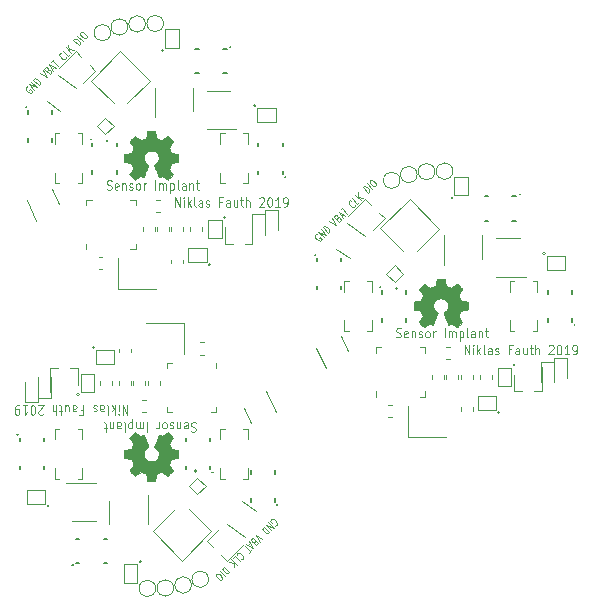
<source format=gto>
%MOIN*%
%OFA0B0*%
%FSLAX46Y46*%
%IPPOS*%
%LPD*%
%ADD10C,0.0039370078740157488*%
%ADD11C,0.004921259842519685*%
%ADD12C,0.0044291338582677165*%
%ADD13C,0.0047244094488188976*%
%ADD14C,0.00039370078740157485*%
%ADD15C,0.005*%
%ADD16C,0.0078740157480314977*%
%ADD27C,0.0039370078740157488*%
%ADD28C,0.004921259842519685*%
%ADD29C,0.0044291338582677165*%
%ADD30C,0.0047244094488188976*%
%ADD31C,0.00039370078740157485*%
%ADD32C,0.005*%
%ADD33C,0.0078740157480314977*%
%ADD34C,0.0039370078740157488*%
%ADD35C,0.004921259842519685*%
%ADD36C,0.0044291338582677165*%
%ADD37C,0.0047244094488188976*%
%ADD38C,0.00039370078740157485*%
%ADD39C,0.005*%
%ADD40C,0.0078740157480314977*%
G01*
D10*
X0000078644Y0001716106D02*
X0000076457Y0001715642D01*
X0000074468Y0001713654D01*
X0000073342Y0001710804D01*
X0000073739Y0001707755D01*
X0000074800Y0001705369D01*
X0000077584Y0001701259D01*
X0000080169Y0001698674D01*
X0000084278Y0001695890D01*
X0000086664Y0001694830D01*
X0000089714Y0001694432D01*
X0000092564Y0001695559D01*
X0000093889Y0001696884D01*
X0000095016Y0001699735D01*
X0000094817Y0001701259D01*
X0000088786Y0001707291D01*
X0000086134Y0001704639D01*
X0000102506Y0001705501D02*
X0000084411Y0001723596D01*
X0000110460Y0001713455D01*
X0000092365Y0001731550D01*
X0000117088Y0001720083D02*
X0000098993Y0001738179D01*
X0000102307Y0001741493D01*
X0000105157Y0001742620D01*
X0000108206Y0001742222D01*
X0000110593Y0001741161D01*
X0000114702Y0001738377D01*
X0000117287Y0001735792D01*
X0000120071Y0001731683D01*
X0000121132Y0001729297D01*
X0000121529Y0001726248D01*
X0000120403Y0001723398D01*
X0000117088Y0001720083D01*
X0000121529Y0001760715D02*
X0000144264Y0001747259D01*
X0000130809Y0001769994D01*
X0000148705Y0001770657D02*
X0000151556Y0001771784D01*
X0000153080Y0001771585D01*
X0000155466Y0001770525D01*
X0000158051Y0001767940D01*
X0000159112Y0001765554D01*
X0000159311Y0001764029D01*
X0000158847Y0001761842D01*
X0000153544Y0001756539D01*
X0000135449Y0001774634D01*
X0000140089Y0001779274D01*
X0000142276Y0001779738D01*
X0000143800Y0001779539D01*
X0000146187Y0001778479D01*
X0000147910Y0001776755D01*
X0000148970Y0001774369D01*
X0000149169Y0001772845D01*
X0000148705Y0001770657D01*
X0000144066Y0001766017D01*
X0000161631Y0001774966D02*
X0000168259Y0001781594D01*
X0000165475Y0001768470D02*
X0000152020Y0001791205D01*
X0000174755Y0001777750D01*
X0000159311Y0001798496D02*
X0000167265Y0001806450D01*
X0000181383Y0001784378D02*
X0000163288Y0001802473D01*
X0000206836Y0001813277D02*
X0000207034Y0001811753D01*
X0000205908Y0001808903D01*
X0000204582Y0001807577D01*
X0000201732Y0001806450D01*
X0000198683Y0001806848D01*
X0000196297Y0001807908D01*
X0000192187Y0001810692D01*
X0000189602Y0001813277D01*
X0000186818Y0001817387D01*
X0000185758Y0001819773D01*
X0000185360Y0001822822D01*
X0000186487Y0001825672D01*
X0000187812Y0001826998D01*
X0000190662Y0001828125D01*
X0000192187Y0001827926D01*
X0000221153Y0001824148D02*
X0000214524Y0001817519D01*
X0000196429Y0001835615D01*
X0000225792Y0001828787D02*
X0000207697Y0001846883D01*
X0000233746Y0001836741D02*
X0000217441Y0001841116D01*
X0000215651Y0001854837D02*
X0000218037Y0001836543D01*
X0000250317Y0001853312D02*
X0000232222Y0001871407D01*
X0000235536Y0001874722D01*
X0000238386Y0001875848D01*
X0000241435Y0001875451D01*
X0000243821Y0001874390D01*
X0000247931Y0001871606D01*
X0000250516Y0001869021D01*
X0000253300Y0001864912D01*
X0000254360Y0001862526D01*
X0000254758Y0001859477D01*
X0000253631Y0001856626D01*
X0000250317Y0001853312D01*
X0000264237Y0001867232D02*
X0000246141Y0001885327D01*
X0000255421Y0001894606D02*
X0000258072Y0001897258D01*
X0000260260Y0001897722D01*
X0000263309Y0001897324D01*
X0000267418Y0001894540D01*
X0000273450Y0001888508D01*
X0000276234Y0001884399D01*
X0000276632Y0001881350D01*
X0000276168Y0001879163D01*
X0000273516Y0001876511D01*
X0000271329Y0001876047D01*
X0000268280Y0001876445D01*
X0000264170Y0001879229D01*
X0000258139Y0001885261D01*
X0000255355Y0001889370D01*
X0000254957Y0001892419D01*
X0000255421Y0001894606D01*
D11*
X0000343832Y0001373078D02*
X0000347769Y0001371578D01*
X0000354330Y0001371578D01*
X0000356955Y0001373078D01*
X0000358267Y0001374578D01*
X0000359580Y0001377577D01*
X0000359580Y0001380577D01*
X0000358267Y0001383577D01*
X0000356955Y0001385076D01*
X0000354330Y0001386576D01*
X0000349081Y0001388076D01*
X0000346456Y0001389576D01*
X0000345144Y0001391076D01*
X0000343832Y0001394075D01*
X0000343832Y0001397075D01*
X0000345144Y0001400075D01*
X0000346456Y0001401574D01*
X0000349081Y0001403074D01*
X0000355643Y0001403074D01*
X0000359580Y0001401574D01*
X0000381889Y0001373078D02*
X0000379265Y0001371578D01*
X0000374015Y0001371578D01*
X0000371391Y0001373078D01*
X0000370078Y0001376077D01*
X0000370078Y0001388076D01*
X0000371391Y0001391076D01*
X0000374015Y0001392575D01*
X0000379265Y0001392575D01*
X0000381889Y0001391076D01*
X0000383202Y0001388076D01*
X0000383202Y0001385076D01*
X0000370078Y0001382077D01*
X0000395013Y0001392575D02*
X0000395013Y0001371578D01*
X0000395013Y0001389576D02*
X0000396325Y0001391076D01*
X0000398950Y0001392575D01*
X0000402887Y0001392575D01*
X0000405511Y0001391076D01*
X0000406824Y0001388076D01*
X0000406824Y0001371578D01*
X0000418635Y0001373078D02*
X0000421259Y0001371578D01*
X0000426509Y0001371578D01*
X0000429133Y0001373078D01*
X0000430446Y0001376077D01*
X0000430446Y0001377577D01*
X0000429133Y0001380577D01*
X0000426509Y0001382077D01*
X0000422572Y0001382077D01*
X0000419947Y0001383577D01*
X0000418635Y0001386576D01*
X0000418635Y0001388076D01*
X0000419947Y0001391076D01*
X0000422572Y0001392575D01*
X0000426509Y0001392575D01*
X0000429133Y0001391076D01*
X0000446194Y0001371578D02*
X0000443569Y0001373078D01*
X0000442257Y0001374578D01*
X0000440944Y0001377577D01*
X0000440944Y0001386576D01*
X0000442257Y0001389576D01*
X0000443569Y0001391076D01*
X0000446194Y0001392575D01*
X0000450131Y0001392575D01*
X0000452755Y0001391076D01*
X0000454068Y0001389576D01*
X0000455380Y0001386576D01*
X0000455380Y0001377577D01*
X0000454068Y0001374578D01*
X0000452755Y0001373078D01*
X0000450131Y0001371578D01*
X0000446194Y0001371578D01*
X0000467191Y0001371578D02*
X0000467191Y0001392575D01*
X0000467191Y0001386576D02*
X0000468503Y0001389576D01*
X0000469816Y0001391076D01*
X0000472440Y0001392575D01*
X0000475065Y0001392575D01*
X0000505249Y0001371578D02*
X0000505249Y0001403074D01*
X0000518372Y0001371578D02*
X0000518372Y0001392575D01*
X0000518372Y0001389576D02*
X0000519685Y0001391076D01*
X0000522309Y0001392575D01*
X0000526246Y0001392575D01*
X0000528871Y0001391076D01*
X0000530183Y0001388076D01*
X0000530183Y0001371578D01*
X0000530183Y0001388076D02*
X0000531496Y0001391076D01*
X0000534120Y0001392575D01*
X0000538057Y0001392575D01*
X0000540682Y0001391076D01*
X0000541994Y0001388076D01*
X0000541994Y0001371578D01*
X0000555118Y0001392575D02*
X0000555118Y0001361079D01*
X0000555118Y0001391076D02*
X0000557742Y0001392575D01*
X0000562992Y0001392575D01*
X0000565616Y0001391076D01*
X0000566929Y0001389576D01*
X0000568241Y0001386576D01*
X0000568241Y0001377577D01*
X0000566929Y0001374578D01*
X0000565616Y0001373078D01*
X0000562992Y0001371578D01*
X0000557742Y0001371578D01*
X0000555118Y0001373078D01*
X0000583989Y0001371578D02*
X0000581364Y0001373078D01*
X0000580052Y0001376077D01*
X0000580052Y0001403074D01*
X0000606299Y0001371578D02*
X0000606299Y0001388076D01*
X0000604986Y0001391076D01*
X0000602362Y0001392575D01*
X0000597112Y0001392575D01*
X0000594488Y0001391076D01*
X0000606299Y0001373078D02*
X0000603674Y0001371578D01*
X0000597112Y0001371578D01*
X0000594488Y0001373078D01*
X0000593175Y0001376077D01*
X0000593175Y0001379077D01*
X0000594488Y0001382077D01*
X0000597112Y0001383577D01*
X0000603674Y0001383577D01*
X0000606299Y0001385076D01*
X0000619422Y0001392575D02*
X0000619422Y0001371578D01*
X0000619422Y0001389576D02*
X0000620734Y0001391076D01*
X0000623359Y0001392575D01*
X0000627296Y0001392575D01*
X0000629921Y0001391076D01*
X0000631233Y0001388076D01*
X0000631233Y0001371578D01*
X0000640419Y0001392575D02*
X0000650918Y0001392575D01*
X0000644356Y0001403074D02*
X0000644356Y0001376077D01*
X0000645669Y0001373078D01*
X0000648293Y0001371578D01*
X0000650918Y0001371578D01*
D12*
X0000571850Y0001314885D02*
X0000571850Y0001346381D01*
X0000587598Y0001314885D01*
X0000587598Y0001346381D01*
X0000600721Y0001314885D02*
X0000600721Y0001335883D01*
X0000600721Y0001346381D02*
X0000599409Y0001344881D01*
X0000600721Y0001343382D01*
X0000602034Y0001344881D01*
X0000600721Y0001346381D01*
X0000600721Y0001343382D01*
X0000613845Y0001314885D02*
X0000613845Y0001346381D01*
X0000616469Y0001326884D02*
X0000624343Y0001314885D01*
X0000624343Y0001335883D02*
X0000613845Y0001323884D01*
X0000640091Y0001314885D02*
X0000637467Y0001316385D01*
X0000636154Y0001319385D01*
X0000636154Y0001346381D01*
X0000662401Y0001314885D02*
X0000662401Y0001331383D01*
X0000661089Y0001334383D01*
X0000658464Y0001335883D01*
X0000653215Y0001335883D01*
X0000650590Y0001334383D01*
X0000662401Y0001316385D02*
X0000659776Y0001314885D01*
X0000653215Y0001314885D01*
X0000650590Y0001316385D01*
X0000649278Y0001319385D01*
X0000649278Y0001322384D01*
X0000650590Y0001325384D01*
X0000653215Y0001326884D01*
X0000659776Y0001326884D01*
X0000662401Y0001328383D01*
X0000674212Y0001316385D02*
X0000676837Y0001314885D01*
X0000682086Y0001314885D01*
X0000684711Y0001316385D01*
X0000686023Y0001319385D01*
X0000686023Y0001320884D01*
X0000684711Y0001323884D01*
X0000682086Y0001325384D01*
X0000678149Y0001325384D01*
X0000675524Y0001326884D01*
X0000674212Y0001329883D01*
X0000674212Y0001331383D01*
X0000675524Y0001334383D01*
X0000678149Y0001335883D01*
X0000682086Y0001335883D01*
X0000684711Y0001334383D01*
X0000728018Y0001331383D02*
X0000718832Y0001331383D01*
X0000718832Y0001314885D02*
X0000718832Y0001346381D01*
X0000731955Y0001346381D01*
X0000754265Y0001314885D02*
X0000754265Y0001331383D01*
X0000752952Y0001334383D01*
X0000750328Y0001335883D01*
X0000745078Y0001335883D01*
X0000742454Y0001334383D01*
X0000754265Y0001316385D02*
X0000751640Y0001314885D01*
X0000745078Y0001314885D01*
X0000742454Y0001316385D01*
X0000741141Y0001319385D01*
X0000741141Y0001322384D01*
X0000742454Y0001325384D01*
X0000745078Y0001326884D01*
X0000751640Y0001326884D01*
X0000754265Y0001328383D01*
X0000779199Y0001335883D02*
X0000779199Y0001314885D01*
X0000767388Y0001335883D02*
X0000767388Y0001319385D01*
X0000768700Y0001316385D01*
X0000771325Y0001314885D01*
X0000775262Y0001314885D01*
X0000777887Y0001316385D01*
X0000779199Y0001317885D01*
X0000788385Y0001335883D02*
X0000798884Y0001335883D01*
X0000792322Y0001346381D02*
X0000792322Y0001319385D01*
X0000793635Y0001316385D01*
X0000796259Y0001314885D01*
X0000798884Y0001314885D01*
X0000808070Y0001314885D02*
X0000808070Y0001346381D01*
X0000819881Y0001314885D02*
X0000819881Y0001331383D01*
X0000818569Y0001334383D01*
X0000815944Y0001335883D01*
X0000812007Y0001335883D01*
X0000809383Y0001334383D01*
X0000808070Y0001332883D01*
X0000852690Y0001343382D02*
X0000854002Y0001344881D01*
X0000856627Y0001346381D01*
X0000863188Y0001346381D01*
X0000865813Y0001344881D01*
X0000867125Y0001343382D01*
X0000868438Y0001340382D01*
X0000868438Y0001337382D01*
X0000867125Y0001332883D01*
X0000851377Y0001314885D01*
X0000868438Y0001314885D01*
X0000885498Y0001346381D02*
X0000888123Y0001346381D01*
X0000890747Y0001344881D01*
X0000892060Y0001343382D01*
X0000893372Y0001340382D01*
X0000894685Y0001334383D01*
X0000894685Y0001326884D01*
X0000893372Y0001320884D01*
X0000892060Y0001317885D01*
X0000890747Y0001316385D01*
X0000888123Y0001314885D01*
X0000885498Y0001314885D01*
X0000882873Y0001316385D01*
X0000881561Y0001317885D01*
X0000880249Y0001320884D01*
X0000878936Y0001326884D01*
X0000878936Y0001334383D01*
X0000880249Y0001340382D01*
X0000881561Y0001343382D01*
X0000882873Y0001344881D01*
X0000885498Y0001346381D01*
X0000920931Y0001314885D02*
X0000905183Y0001314885D01*
X0000913057Y0001314885D02*
X0000913057Y0001346381D01*
X0000910433Y0001341882D01*
X0000907808Y0001338882D01*
X0000905183Y0001337382D01*
X0000934055Y0001314885D02*
X0000939304Y0001314885D01*
X0000941929Y0001316385D01*
X0000943241Y0001317885D01*
X0000945866Y0001322384D01*
X0000947178Y0001328383D01*
X0000947178Y0001340382D01*
X0000945866Y0001343382D01*
X0000944553Y0001344881D01*
X0000941929Y0001346381D01*
X0000936679Y0001346381D01*
X0000934055Y0001344881D01*
X0000932742Y0001343382D01*
X0000931430Y0001340382D01*
X0000931430Y0001332883D01*
X0000932742Y0001329883D01*
X0000934055Y0001328383D01*
X0000936679Y0001326884D01*
X0000941929Y0001326884D01*
X0000944553Y0001328383D01*
X0000945866Y0001329883D01*
X0000947178Y0001332883D01*
D13*
X0000287059Y0001786687D02*
X0000305432Y0001768313D01*
X0000240846Y0001832899D02*
X0000259220Y0001814526D01*
X0000240846Y0001832899D02*
X0000184333Y0001776386D01*
X0000266179Y0001729060D02*
X0000305432Y0001768313D01*
X0000676377Y0001176377D02*
X0000676377Y0001130708D01*
X0000676377Y0001130708D02*
X0000614960Y0001130708D01*
X0000614960Y0001130708D02*
X0000614960Y0001176377D01*
X0000614960Y0001176377D02*
X0000676377Y0001176377D01*
X0000688976Y0001122047D02*
G75*
G03X0000688976Y0001122047I-0000003937D01*
G01*
X0000681889Y0001270866D02*
X0000727559Y0001270866D01*
X0000727559Y0001270866D02*
X0000727559Y0001209448D01*
X0000727559Y0001209448D02*
X0000681889Y0001209448D01*
X0000681889Y0001209448D02*
X0000681889Y0001270866D01*
X0000740157Y0001279527D02*
G75*
G03X0000740157Y0001279527I-0000003937D01*
G01*
X0000845275Y0001597244D02*
X0000845275Y0001642913D01*
X0000845275Y0001642913D02*
X0000906692Y0001642913D01*
X0000906692Y0001642913D02*
X0000906692Y0001597244D01*
X0000906692Y0001597244D02*
X0000845275Y0001597244D01*
X0000840551Y0001651574D02*
G75*
G03X0000840551Y0001651574I-0000003937D01*
G01*
X0000533464Y0001836614D02*
G75*
G03X0000533464Y0001836614I-0000003937D01*
G01*
X0000583858Y0001906692D02*
X0000583858Y0001845275D01*
X0000538188Y0001906692D02*
X0000583858Y0001906692D01*
X0000538188Y0001845275D02*
X0000538188Y0001906692D01*
X0000583858Y0001845275D02*
X0000538188Y0001845275D01*
X0000348587Y0001534026D02*
G75*
G03X0000348587Y0001534026I-0000003936D01*
G01*
X0000339082Y0001611975D02*
X0000366921Y0001584136D01*
X0000311243Y0001584136D02*
X0000339082Y0001611975D01*
X0000339082Y0001556297D02*
X0000311243Y0001584136D01*
X0000366921Y0001584136D02*
X0000339082Y0001556297D01*
X0000869685Y0001303149D02*
X0000869685Y0001236220D01*
X0000912992Y0001303149D02*
X0000869685Y0001303149D01*
X0000912992Y0001236220D02*
X0000912992Y0001303149D01*
D14*
G36*
X0000496208Y0001567853D02*
X0000499300Y0001567836D01*
X0000501538Y0001567790D01*
X0000503066Y0001567701D01*
X0000504028Y0001567554D01*
X0000504568Y0001567335D01*
X0000504831Y0001567029D01*
X0000504961Y0001566622D01*
X0000504973Y0001566569D01*
X0000505170Y0001565619D01*
X0000505535Y0001563744D01*
X0000506030Y0001561144D01*
X0000506616Y0001558019D01*
X0000507257Y0001554567D01*
X0000507279Y0001554446D01*
X0000507920Y0001551064D01*
X0000508520Y0001548075D01*
X0000509040Y0001545660D01*
X0000509442Y0001543997D01*
X0000509686Y0001543266D01*
X0000509697Y0001543253D01*
X0000510416Y0001542896D01*
X0000511897Y0001542301D01*
X0000513820Y0001541596D01*
X0000513831Y0001541592D01*
X0000516254Y0001540682D01*
X0000519111Y0001539521D01*
X0000521804Y0001538355D01*
X0000521932Y0001538297D01*
X0000526318Y0001536306D01*
X0000536030Y0001542939D01*
X0000539010Y0001544961D01*
X0000541709Y0001546768D01*
X0000543971Y0001548259D01*
X0000545640Y0001549330D01*
X0000546559Y0001549877D01*
X0000546646Y0001549918D01*
X0000547314Y0001549737D01*
X0000548562Y0001548864D01*
X0000550438Y0001547258D01*
X0000552991Y0001544878D01*
X0000555597Y0001542346D01*
X0000558110Y0001539850D01*
X0000560358Y0001537573D01*
X0000562208Y0001535655D01*
X0000563522Y0001534236D01*
X0000564167Y0001533458D01*
X0000564191Y0001533418D01*
X0000564263Y0001532883D01*
X0000563994Y0001532011D01*
X0000563319Y0001530682D01*
X0000562172Y0001528780D01*
X0000560485Y0001526186D01*
X0000558237Y0001522846D01*
X0000556241Y0001519907D01*
X0000554458Y0001517270D01*
X0000552989Y0001515090D01*
X0000551938Y0001513519D01*
X0000551408Y0001512710D01*
X0000551374Y0001512656D01*
X0000551439Y0001511881D01*
X0000551930Y0001510375D01*
X0000552749Y0001508422D01*
X0000553041Y0001507798D01*
X0000554314Y0001505020D01*
X0000555673Y0001501868D01*
X0000556777Y0001499141D01*
X0000557572Y0001497117D01*
X0000558204Y0001495578D01*
X0000558569Y0001494774D01*
X0000558615Y0001494712D01*
X0000559286Y0001494610D01*
X0000560869Y0001494329D01*
X0000563152Y0001493909D01*
X0000565926Y0001493391D01*
X0000568980Y0001492814D01*
X0000572104Y0001492219D01*
X0000575087Y0001491645D01*
X0000577718Y0001491133D01*
X0000579787Y0001490723D01*
X0000581084Y0001490454D01*
X0000581403Y0001490378D01*
X0000581731Y0001490191D01*
X0000581979Y0001489767D01*
X0000582158Y0001488965D01*
X0000582278Y0001487641D01*
X0000582352Y0001485652D01*
X0000582389Y0001482855D01*
X0000582402Y0001479108D01*
X0000582403Y0001477571D01*
X0000582403Y0001465079D01*
X0000579403Y0001464487D01*
X0000577733Y0001464166D01*
X0000575243Y0001463697D01*
X0000572233Y0001463137D01*
X0000569008Y0001462543D01*
X0000568117Y0001462380D01*
X0000565141Y0001461801D01*
X0000562548Y0001461232D01*
X0000560556Y0001460726D01*
X0000559384Y0001460334D01*
X0000559188Y0001460217D01*
X0000558708Y0001459391D01*
X0000558020Y0001457789D01*
X0000557258Y0001455728D01*
X0000557106Y0001455284D01*
X0000556107Y0001452531D01*
X0000554865Y0001449425D01*
X0000553651Y0001446635D01*
X0000553645Y0001446623D01*
X0000551623Y0001442247D01*
X0000558274Y0001432463D01*
X0000564926Y0001422679D01*
X0000556386Y0001414124D01*
X0000553803Y0001411578D01*
X0000551447Y0001409334D01*
X0000549450Y0001407511D01*
X0000547945Y0001406229D01*
X0000547065Y0001405609D01*
X0000546938Y0001405569D01*
X0000546197Y0001405879D01*
X0000544683Y0001406741D01*
X0000542563Y0001408053D01*
X0000540002Y0001409712D01*
X0000537233Y0001411569D01*
X0000534422Y0001413464D01*
X0000531916Y0001415113D01*
X0000529874Y0001416415D01*
X0000528455Y0001417267D01*
X0000527820Y0001417569D01*
X0000527046Y0001417314D01*
X0000525576Y0001416640D01*
X0000523716Y0001415688D01*
X0000523519Y0001415582D01*
X0000521014Y0001414326D01*
X0000519296Y0001413710D01*
X0000518227Y0001413703D01*
X0000517670Y0001414276D01*
X0000517667Y0001414284D01*
X0000517389Y0001414962D01*
X0000516725Y0001416571D01*
X0000515727Y0001418987D01*
X0000514446Y0001422086D01*
X0000512935Y0001425743D01*
X0000511244Y0001429832D01*
X0000509606Y0001433792D01*
X0000507806Y0001438161D01*
X0000506153Y0001442209D01*
X0000504697Y0001445811D01*
X0000503488Y0001448843D01*
X0000502574Y0001451181D01*
X0000502006Y0001452701D01*
X0000501831Y0001453268D01*
X0000502270Y0001453919D01*
X0000503419Y0001454956D01*
X0000504950Y0001456099D01*
X0000509312Y0001459715D01*
X0000512721Y0001463860D01*
X0000515137Y0001468447D01*
X0000516519Y0001473387D01*
X0000516826Y0001478595D01*
X0000516603Y0001480998D01*
X0000515388Y0001485985D01*
X0000513295Y0001490388D01*
X0000510454Y0001494166D01*
X0000506995Y0001497273D01*
X0000503049Y0001499667D01*
X0000498743Y0001501304D01*
X0000494209Y0001502141D01*
X0000489576Y0001502134D01*
X0000484975Y0001501240D01*
X0000480534Y0001499416D01*
X0000476383Y0001496618D01*
X0000474651Y0001495035D01*
X0000471329Y0001490972D01*
X0000469015Y0001486531D01*
X0000467696Y0001481842D01*
X0000467354Y0001477036D01*
X0000467976Y0001472241D01*
X0000469545Y0001467586D01*
X0000472046Y0001463202D01*
X0000475464Y0001459217D01*
X0000479283Y0001456099D01*
X0000480874Y0001454907D01*
X0000481998Y0001453881D01*
X0000482403Y0001453267D01*
X0000482191Y0001452597D01*
X0000481588Y0001450996D01*
X0000480645Y0001448589D01*
X0000479410Y0001445500D01*
X0000477933Y0001441851D01*
X0000476264Y0001437769D01*
X0000474623Y0001433791D01*
X0000472813Y0001429417D01*
X0000471137Y0001425365D01*
X0000469645Y0001421758D01*
X0000468390Y0001418720D01*
X0000467423Y0001416377D01*
X0000466795Y0001414853D01*
X0000466562Y0001414284D01*
X0000466012Y0001413706D01*
X0000464949Y0001413707D01*
X0000463235Y0001414319D01*
X0000460735Y0001415572D01*
X0000460715Y0001415582D01*
X0000458832Y0001416555D01*
X0000457310Y0001417263D01*
X0000456451Y0001417567D01*
X0000456413Y0001417569D01*
X0000455767Y0001417261D01*
X0000454341Y0001416403D01*
X0000452293Y0001415098D01*
X0000449783Y0001413446D01*
X0000447001Y0001411569D01*
X0000444169Y0001409670D01*
X0000441616Y0001408018D01*
X0000439508Y0001406716D01*
X0000438010Y0001405866D01*
X0000437295Y0001405569D01*
X0000436637Y0001405959D01*
X0000435313Y0001407047D01*
X0000433456Y0001408713D01*
X0000431198Y0001410839D01*
X0000428671Y0001413303D01*
X0000427845Y0001414127D01*
X0000419302Y0001422684D01*
X0000425805Y0001432228D01*
X0000427781Y0001435159D01*
X0000429515Y0001437789D01*
X0000430911Y0001439966D01*
X0000431870Y0001441539D01*
X0000432295Y0001442353D01*
X0000432307Y0001442411D01*
X0000432083Y0001443179D01*
X0000431480Y0001444724D01*
X0000430603Y0001446787D01*
X0000429987Y0001448167D01*
X0000428835Y0001450811D01*
X0000427750Y0001453482D01*
X0000426910Y0001455739D01*
X0000426681Y0001456427D01*
X0000426032Y0001458263D01*
X0000425398Y0001459681D01*
X0000425050Y0001460217D01*
X0000424281Y0001460545D01*
X0000422602Y0001461011D01*
X0000420233Y0001461560D01*
X0000417389Y0001462141D01*
X0000416117Y0001462380D01*
X0000412885Y0001462974D01*
X0000409786Y0001463549D01*
X0000407121Y0001464048D01*
X0000405194Y0001464416D01*
X0000404831Y0001464487D01*
X0000401831Y0001465079D01*
X0000401831Y0001477571D01*
X0000401838Y0001481679D01*
X0000401865Y0001484787D01*
X0000401925Y0001487038D01*
X0000402028Y0001488575D01*
X0000402186Y0001489541D01*
X0000402408Y0001490079D01*
X0000402708Y0001490331D01*
X0000402831Y0001490378D01*
X0000403573Y0001490544D01*
X0000405211Y0001490876D01*
X0000407535Y0001491333D01*
X0000410336Y0001491875D01*
X0000413401Y0001492462D01*
X0000416522Y0001493054D01*
X0000419487Y0001493612D01*
X0000422086Y0001494095D01*
X0000424108Y0001494462D01*
X0000425344Y0001494675D01*
X0000425619Y0001494712D01*
X0000425868Y0001495205D01*
X0000426420Y0001496518D01*
X0000427170Y0001498403D01*
X0000427457Y0001499141D01*
X0000428613Y0001501993D01*
X0000429974Y0001505143D01*
X0000431193Y0001507798D01*
X0000432090Y0001509829D01*
X0000432687Y0001511497D01*
X0000432886Y0001512519D01*
X0000432854Y0001512656D01*
X0000432433Y0001513302D01*
X0000431472Y0001514740D01*
X0000430073Y0001516816D01*
X0000428341Y0001519377D01*
X0000426377Y0001522270D01*
X0000425989Y0001522841D01*
X0000423711Y0001526225D01*
X0000422036Y0001528801D01*
X0000420898Y0001530689D01*
X0000420231Y0001532007D01*
X0000419966Y0001532875D01*
X0000420038Y0001533409D01*
X0000420039Y0001533412D01*
X0000420604Y0001534115D01*
X0000421854Y0001535472D01*
X0000423653Y0001537344D01*
X0000425865Y0001539590D01*
X0000428356Y0001542069D01*
X0000428637Y0001542346D01*
X0000431775Y0001545385D01*
X0000434198Y0001547617D01*
X0000435952Y0001549083D01*
X0000437088Y0001549823D01*
X0000437588Y0001549918D01*
X0000438317Y0001549501D01*
X0000439832Y0001548539D01*
X0000441975Y0001547134D01*
X0000444589Y0001545388D01*
X0000447519Y0001543405D01*
X0000448203Y0001542939D01*
X0000457916Y0001536306D01*
X0000462302Y0001538297D01*
X0000464969Y0001539457D01*
X0000467833Y0001540624D01*
X0000470294Y0001541554D01*
X0000470403Y0001541592D01*
X0000472328Y0001542297D01*
X0000473812Y0001542893D01*
X0000474535Y0001543252D01*
X0000474536Y0001543253D01*
X0000474766Y0001543901D01*
X0000475156Y0001545496D01*
X0000475668Y0001547857D01*
X0000476263Y0001550806D01*
X0000476902Y0001554163D01*
X0000476955Y0001554446D01*
X0000477596Y0001557905D01*
X0000478185Y0001561045D01*
X0000478683Y0001563666D01*
X0000479053Y0001565569D01*
X0000479257Y0001566554D01*
X0000479260Y0001566569D01*
X0000479384Y0001566989D01*
X0000479625Y0001567305D01*
X0000480127Y0001567533D01*
X0000481034Y0001567687D01*
X0000482491Y0001567782D01*
X0000484642Y0001567832D01*
X0000487631Y0001567852D01*
X0000491603Y0001567855D01*
X0000492117Y0001567855D01*
X0000496208Y0001567853D01*
X0000496208Y0001567853D01*
G37*
X0000496208Y0001567853D02*
X0000499300Y0001567836D01*
X0000501538Y0001567790D01*
X0000503066Y0001567701D01*
X0000504028Y0001567554D01*
X0000504568Y0001567335D01*
X0000504831Y0001567029D01*
X0000504961Y0001566622D01*
X0000504973Y0001566569D01*
X0000505170Y0001565619D01*
X0000505535Y0001563744D01*
X0000506030Y0001561144D01*
X0000506616Y0001558019D01*
X0000507257Y0001554567D01*
X0000507279Y0001554446D01*
X0000507920Y0001551064D01*
X0000508520Y0001548075D01*
X0000509040Y0001545660D01*
X0000509442Y0001543997D01*
X0000509686Y0001543266D01*
X0000509697Y0001543253D01*
X0000510416Y0001542896D01*
X0000511897Y0001542301D01*
X0000513820Y0001541596D01*
X0000513831Y0001541592D01*
X0000516254Y0001540682D01*
X0000519111Y0001539521D01*
X0000521804Y0001538355D01*
X0000521932Y0001538297D01*
X0000526318Y0001536306D01*
X0000536030Y0001542939D01*
X0000539010Y0001544961D01*
X0000541709Y0001546768D01*
X0000543971Y0001548259D01*
X0000545640Y0001549330D01*
X0000546559Y0001549877D01*
X0000546646Y0001549918D01*
X0000547314Y0001549737D01*
X0000548562Y0001548864D01*
X0000550438Y0001547258D01*
X0000552991Y0001544878D01*
X0000555597Y0001542346D01*
X0000558110Y0001539850D01*
X0000560358Y0001537573D01*
X0000562208Y0001535655D01*
X0000563522Y0001534236D01*
X0000564167Y0001533458D01*
X0000564191Y0001533418D01*
X0000564263Y0001532883D01*
X0000563994Y0001532011D01*
X0000563319Y0001530682D01*
X0000562172Y0001528780D01*
X0000560485Y0001526186D01*
X0000558237Y0001522846D01*
X0000556241Y0001519907D01*
X0000554458Y0001517270D01*
X0000552989Y0001515090D01*
X0000551938Y0001513519D01*
X0000551408Y0001512710D01*
X0000551374Y0001512656D01*
X0000551439Y0001511881D01*
X0000551930Y0001510375D01*
X0000552749Y0001508422D01*
X0000553041Y0001507798D01*
X0000554314Y0001505020D01*
X0000555673Y0001501868D01*
X0000556777Y0001499141D01*
X0000557572Y0001497117D01*
X0000558204Y0001495578D01*
X0000558569Y0001494774D01*
X0000558615Y0001494712D01*
X0000559286Y0001494610D01*
X0000560869Y0001494329D01*
X0000563152Y0001493909D01*
X0000565926Y0001493391D01*
X0000568980Y0001492814D01*
X0000572104Y0001492219D01*
X0000575087Y0001491645D01*
X0000577718Y0001491133D01*
X0000579787Y0001490723D01*
X0000581084Y0001490454D01*
X0000581403Y0001490378D01*
X0000581731Y0001490191D01*
X0000581979Y0001489767D01*
X0000582158Y0001488965D01*
X0000582278Y0001487641D01*
X0000582352Y0001485652D01*
X0000582389Y0001482855D01*
X0000582402Y0001479108D01*
X0000582403Y0001477571D01*
X0000582403Y0001465079D01*
X0000579403Y0001464487D01*
X0000577733Y0001464166D01*
X0000575243Y0001463697D01*
X0000572233Y0001463137D01*
X0000569008Y0001462543D01*
X0000568117Y0001462380D01*
X0000565141Y0001461801D01*
X0000562548Y0001461232D01*
X0000560556Y0001460726D01*
X0000559384Y0001460334D01*
X0000559188Y0001460217D01*
X0000558708Y0001459391D01*
X0000558020Y0001457789D01*
X0000557258Y0001455728D01*
X0000557106Y0001455284D01*
X0000556107Y0001452531D01*
X0000554865Y0001449425D01*
X0000553651Y0001446635D01*
X0000553645Y0001446623D01*
X0000551623Y0001442247D01*
X0000558274Y0001432463D01*
X0000564926Y0001422679D01*
X0000556386Y0001414124D01*
X0000553803Y0001411578D01*
X0000551447Y0001409334D01*
X0000549450Y0001407511D01*
X0000547945Y0001406229D01*
X0000547065Y0001405609D01*
X0000546938Y0001405569D01*
X0000546197Y0001405879D01*
X0000544683Y0001406741D01*
X0000542563Y0001408053D01*
X0000540002Y0001409712D01*
X0000537233Y0001411569D01*
X0000534422Y0001413464D01*
X0000531916Y0001415113D01*
X0000529874Y0001416415D01*
X0000528455Y0001417267D01*
X0000527820Y0001417569D01*
X0000527046Y0001417314D01*
X0000525576Y0001416640D01*
X0000523716Y0001415688D01*
X0000523519Y0001415582D01*
X0000521014Y0001414326D01*
X0000519296Y0001413710D01*
X0000518227Y0001413703D01*
X0000517670Y0001414276D01*
X0000517667Y0001414284D01*
X0000517389Y0001414962D01*
X0000516725Y0001416571D01*
X0000515727Y0001418987D01*
X0000514446Y0001422086D01*
X0000512935Y0001425743D01*
X0000511244Y0001429832D01*
X0000509606Y0001433792D01*
X0000507806Y0001438161D01*
X0000506153Y0001442209D01*
X0000504697Y0001445811D01*
X0000503488Y0001448843D01*
X0000502574Y0001451181D01*
X0000502006Y0001452701D01*
X0000501831Y0001453268D01*
X0000502270Y0001453919D01*
X0000503419Y0001454956D01*
X0000504950Y0001456099D01*
X0000509312Y0001459715D01*
X0000512721Y0001463860D01*
X0000515137Y0001468447D01*
X0000516519Y0001473387D01*
X0000516826Y0001478595D01*
X0000516603Y0001480998D01*
X0000515388Y0001485985D01*
X0000513295Y0001490388D01*
X0000510454Y0001494166D01*
X0000506995Y0001497273D01*
X0000503049Y0001499667D01*
X0000498743Y0001501304D01*
X0000494209Y0001502141D01*
X0000489576Y0001502134D01*
X0000484975Y0001501240D01*
X0000480534Y0001499416D01*
X0000476383Y0001496618D01*
X0000474651Y0001495035D01*
X0000471329Y0001490972D01*
X0000469015Y0001486531D01*
X0000467696Y0001481842D01*
X0000467354Y0001477036D01*
X0000467976Y0001472241D01*
X0000469545Y0001467586D01*
X0000472046Y0001463202D01*
X0000475464Y0001459217D01*
X0000479283Y0001456099D01*
X0000480874Y0001454907D01*
X0000481998Y0001453881D01*
X0000482403Y0001453267D01*
X0000482191Y0001452597D01*
X0000481588Y0001450996D01*
X0000480645Y0001448589D01*
X0000479410Y0001445500D01*
X0000477933Y0001441851D01*
X0000476264Y0001437769D01*
X0000474623Y0001433791D01*
X0000472813Y0001429417D01*
X0000471137Y0001425365D01*
X0000469645Y0001421758D01*
X0000468390Y0001418720D01*
X0000467423Y0001416377D01*
X0000466795Y0001414853D01*
X0000466562Y0001414284D01*
X0000466012Y0001413706D01*
X0000464949Y0001413707D01*
X0000463235Y0001414319D01*
X0000460735Y0001415572D01*
X0000460715Y0001415582D01*
X0000458832Y0001416555D01*
X0000457310Y0001417263D01*
X0000456451Y0001417567D01*
X0000456413Y0001417569D01*
X0000455767Y0001417261D01*
X0000454341Y0001416403D01*
X0000452293Y0001415098D01*
X0000449783Y0001413446D01*
X0000447001Y0001411569D01*
X0000444169Y0001409670D01*
X0000441616Y0001408018D01*
X0000439508Y0001406716D01*
X0000438010Y0001405866D01*
X0000437295Y0001405569D01*
X0000436637Y0001405959D01*
X0000435313Y0001407047D01*
X0000433456Y0001408713D01*
X0000431198Y0001410839D01*
X0000428671Y0001413303D01*
X0000427845Y0001414127D01*
X0000419302Y0001422684D01*
X0000425805Y0001432228D01*
X0000427781Y0001435159D01*
X0000429515Y0001437789D01*
X0000430911Y0001439966D01*
X0000431870Y0001441539D01*
X0000432295Y0001442353D01*
X0000432307Y0001442411D01*
X0000432083Y0001443179D01*
X0000431480Y0001444724D01*
X0000430603Y0001446787D01*
X0000429987Y0001448167D01*
X0000428835Y0001450811D01*
X0000427750Y0001453482D01*
X0000426910Y0001455739D01*
X0000426681Y0001456427D01*
X0000426032Y0001458263D01*
X0000425398Y0001459681D01*
X0000425050Y0001460217D01*
X0000424281Y0001460545D01*
X0000422602Y0001461011D01*
X0000420233Y0001461560D01*
X0000417389Y0001462141D01*
X0000416117Y0001462380D01*
X0000412885Y0001462974D01*
X0000409786Y0001463549D01*
X0000407121Y0001464048D01*
X0000405194Y0001464416D01*
X0000404831Y0001464487D01*
X0000401831Y0001465079D01*
X0000401831Y0001477571D01*
X0000401838Y0001481679D01*
X0000401865Y0001484787D01*
X0000401925Y0001487038D01*
X0000402028Y0001488575D01*
X0000402186Y0001489541D01*
X0000402408Y0001490079D01*
X0000402708Y0001490331D01*
X0000402831Y0001490378D01*
X0000403573Y0001490544D01*
X0000405211Y0001490876D01*
X0000407535Y0001491333D01*
X0000410336Y0001491875D01*
X0000413401Y0001492462D01*
X0000416522Y0001493054D01*
X0000419487Y0001493612D01*
X0000422086Y0001494095D01*
X0000424108Y0001494462D01*
X0000425344Y0001494675D01*
X0000425619Y0001494712D01*
X0000425868Y0001495205D01*
X0000426420Y0001496518D01*
X0000427170Y0001498403D01*
X0000427457Y0001499141D01*
X0000428613Y0001501993D01*
X0000429974Y0001505143D01*
X0000431193Y0001507798D01*
X0000432090Y0001509829D01*
X0000432687Y0001511497D01*
X0000432886Y0001512519D01*
X0000432854Y0001512656D01*
X0000432433Y0001513302D01*
X0000431472Y0001514740D01*
X0000430073Y0001516816D01*
X0000428341Y0001519377D01*
X0000426377Y0001522270D01*
X0000425989Y0001522841D01*
X0000423711Y0001526225D01*
X0000422036Y0001528801D01*
X0000420898Y0001530689D01*
X0000420231Y0001532007D01*
X0000419966Y0001532875D01*
X0000420038Y0001533409D01*
X0000420039Y0001533412D01*
X0000420604Y0001534115D01*
X0000421854Y0001535472D01*
X0000423653Y0001537344D01*
X0000425865Y0001539590D01*
X0000428356Y0001542069D01*
X0000428637Y0001542346D01*
X0000431775Y0001545385D01*
X0000434198Y0001547617D01*
X0000435952Y0001549083D01*
X0000437088Y0001549823D01*
X0000437588Y0001549918D01*
X0000438317Y0001549501D01*
X0000439832Y0001548539D01*
X0000441975Y0001547134D01*
X0000444589Y0001545388D01*
X0000447519Y0001543405D01*
X0000448203Y0001542939D01*
X0000457916Y0001536306D01*
X0000462302Y0001538297D01*
X0000464969Y0001539457D01*
X0000467833Y0001540624D01*
X0000470294Y0001541554D01*
X0000470403Y0001541592D01*
X0000472328Y0001542297D01*
X0000473812Y0001542893D01*
X0000474535Y0001543252D01*
X0000474536Y0001543253D01*
X0000474766Y0001543901D01*
X0000475156Y0001545496D01*
X0000475668Y0001547857D01*
X0000476263Y0001550806D01*
X0000476902Y0001554163D01*
X0000476955Y0001554446D01*
X0000477596Y0001557905D01*
X0000478185Y0001561045D01*
X0000478683Y0001563666D01*
X0000479053Y0001565569D01*
X0000479257Y0001566554D01*
X0000479260Y0001566569D01*
X0000479384Y0001566989D01*
X0000479625Y0001567305D01*
X0000480127Y0001567533D01*
X0000481034Y0001567687D01*
X0000482491Y0001567782D01*
X0000484642Y0001567832D01*
X0000487631Y0001567852D01*
X0000491603Y0001567855D01*
X0000492117Y0001567855D01*
X0000496208Y0001567853D01*
D13*
X0000413476Y0001914384D02*
G75*
G03X0000413476Y0001914384I-0000027559D01*
G01*
X0000356576Y0001895184D02*
G75*
G03X0000356576Y0001895184I-0000027559D01*
G01*
X0000472576Y0001924384D02*
G75*
G03X0000472576Y0001924384I-0000027559D01*
G01*
X0000532776Y0001925784D02*
G75*
G03X0000532776Y0001925784I-0000027559D01*
G01*
X0000275196Y0001191535D02*
X0000275196Y0001172834D01*
X0000441338Y0001338976D02*
X0000422637Y0001338976D01*
X0000441338Y0001320275D02*
X0000441338Y0001338976D01*
X0000441338Y0001172834D02*
X0000422637Y0001172834D01*
X0000441338Y0001191535D02*
X0000441338Y0001172834D01*
X0000275196Y0001338976D02*
X0000293897Y0001338976D01*
X0000275196Y0001320275D02*
X0000275196Y0001338976D01*
X0000775590Y0001574015D02*
X0000677165Y0001574015D01*
X0000677165Y0001701574D02*
X0000755905Y0001701574D01*
X0000631396Y0001712254D02*
X0000631396Y0001633514D01*
X0000503837Y0001613829D02*
X0000503837Y0001712254D01*
D10*
X0000248031Y0001393307D02*
X0000262204Y0001393307D01*
X0000262204Y0001393307D02*
X0000262204Y0001429133D01*
X0000185039Y0001393307D02*
X0000170866Y0001393307D01*
X0000170866Y0001393307D02*
X0000170866Y0001429133D01*
X0000262204Y0001523622D02*
X0000262204Y0001559448D01*
X0000262204Y0001559448D02*
X0000248031Y0001559448D01*
X0000170866Y0001523622D02*
X0000170866Y0001559448D01*
X0000170866Y0001559448D02*
X0000185039Y0001559448D01*
X0000799212Y0001393307D02*
X0000813385Y0001393307D01*
X0000813385Y0001393307D02*
X0000813385Y0001429133D01*
X0000736220Y0001393307D02*
X0000722047Y0001393307D01*
X0000722047Y0001393307D02*
X0000722047Y0001429133D01*
X0000813385Y0001523622D02*
X0000813385Y0001559448D01*
X0000813385Y0001559448D02*
X0000799212Y0001559448D01*
X0000722047Y0001523622D02*
X0000722047Y0001559448D01*
X0000722047Y0001559448D02*
X0000736220Y0001559448D01*
D13*
X0000826377Y0001289370D02*
X0000826377Y0001222440D01*
X0000869685Y0001289370D02*
X0000826377Y0001289370D01*
X0000869685Y0001222440D02*
X0000869685Y0001289370D01*
X0000367386Y0001659387D02*
X0000291399Y0001735373D01*
X0000291399Y0001735373D02*
X0000389058Y0001833032D01*
X0000389058Y0001833032D02*
X0000487719Y0001734371D01*
X0000487719Y0001734371D02*
X0000412735Y0001659387D01*
D15*
X0000743307Y0001841496D02*
X0000731496Y0001841496D01*
X0000743307Y0001760866D02*
X0000731496Y0001760866D01*
X0000638582Y0001841496D02*
X0000650393Y0001841496D01*
X0000638582Y0001760866D02*
X0000650393Y0001760866D01*
D16*
X0000755905Y0001848425D02*
G75*
G03X0000755905Y0001848425I-0000001968D01*
G01*
X0000938976Y0001413385D02*
G75*
G03X0000938976Y0001413385I-0000001968D01*
G01*
D15*
X0000849448Y0001528740D02*
X0000849448Y0001516929D01*
X0000930078Y0001528740D02*
X0000930078Y0001516929D01*
X0000849448Y0001424015D02*
X0000849448Y0001435826D01*
X0000930078Y0001424015D02*
X0000930078Y0001435826D01*
X0000295702Y0001528846D02*
X0000295702Y0001517035D01*
X0000376332Y0001528846D02*
X0000376332Y0001517035D01*
X0000295702Y0001424122D02*
X0000295702Y0001435933D01*
X0000376332Y0001424122D02*
X0000376332Y0001435933D01*
D16*
X0000290741Y0001539476D02*
G75*
G03X0000290741Y0001539476I-0000001968D01*
G01*
X0000074941Y0001647676D02*
G75*
G03X0000074941Y0001647676I-0000001968D01*
G01*
D15*
X0000160532Y0001532322D02*
X0000160532Y0001544133D01*
X0000079902Y0001532322D02*
X0000079902Y0001544133D01*
X0000160532Y0001637046D02*
X0000160532Y0001625235D01*
X0000079902Y0001637046D02*
X0000079902Y0001625235D01*
D13*
X0000509339Y0001338976D02*
X0000522156Y0001338976D01*
X0000509339Y0001298818D02*
X0000522156Y0001298818D01*
X0000316425Y0001105905D02*
X0000329243Y0001105905D01*
X0000316425Y0001146062D02*
X0000329243Y0001146062D01*
X0000558338Y0001126075D02*
X0000558338Y0001138892D01*
X0000598496Y0001126075D02*
X0000598496Y0001138892D01*
X0000511417Y0001246566D02*
X0000511417Y0001233748D01*
X0000551574Y0001246566D02*
X0000551574Y0001233748D01*
X0000598818Y0001246566D02*
X0000598818Y0001233748D01*
X0000558661Y0001246566D02*
X0000558661Y0001233748D01*
X0000621653Y0001246566D02*
X0000621653Y0001233748D01*
X0000661811Y0001246566D02*
X0000661811Y0001233748D01*
X0000464173Y0001233748D02*
X0000464173Y0001246566D01*
X0000504330Y0001233748D02*
X0000504330Y0001246566D01*
X0000241187Y0001710487D02*
X0000179912Y0001753392D01*
X0000143647Y0001667281D02*
X0000188797Y0001635666D01*
X0000382825Y0001143265D02*
X0000382825Y0001040903D01*
X0000382825Y0001040903D02*
X0000508809Y0001040903D01*
X0000737795Y0001247244D02*
X0000737795Y0001191732D01*
X0000829133Y0001191732D02*
X0000829133Y0001271653D01*
X0000829133Y0001191732D02*
X0000803149Y0001191732D01*
X0000763779Y0001191732D02*
X0000737795Y0001191732D01*
X0000076883Y0001336384D02*
X0000108497Y0001268590D01*
X0000182958Y0001325032D02*
X0000159664Y0001374986D01*
G04 next file*
G04 #@! TF.GenerationSoftware,KiCad,Pcbnew,5.0.2-bee76a0~70~ubuntu18.04.1*
G04 #@! TF.CreationDate,2019-07-22T04:32:19+02:00*
G04 #@! TF.ProjectId,mainboard,6d61696e-626f-4617-9264-2e6b69636164,rev?*
G04 #@! TF.SameCoordinates,Original*
G04 #@! TF.FileFunction,Legend,Top*
G04 #@! TF.FilePolarity,Positive*
G04 Gerber Fmt 4.6, Leading zero omitted, Abs format (unit mm)*
G04 Created by KiCad (PCBNEW 5.0.2-bee76a0~70~ubuntu18.04.1) date Mo 22 Jul 2019 04:32:19 CEST*
G01*
G04 APERTURE LIST*
G04 APERTURE END LIST*
D27*
X0000905607Y0000252396D02*
X0000907794Y0000252860D01*
X0000909783Y0000254849D01*
X0000910909Y0000257699D01*
X0000910512Y0000260748D01*
X0000909451Y0000263134D01*
X0000906667Y0000267244D01*
X0000904082Y0000269829D01*
X0000899973Y0000272613D01*
X0000897586Y0000273673D01*
X0000894537Y0000274071D01*
X0000891687Y0000272944D01*
X0000890362Y0000271619D01*
X0000889235Y0000268768D01*
X0000889434Y0000267244D01*
X0000895465Y0000261212D01*
X0000898117Y0000263863D01*
X0000881745Y0000263002D02*
X0000899840Y0000244907D01*
X0000873791Y0000255048D01*
X0000891886Y0000236953D01*
X0000867163Y0000248420D02*
X0000885258Y0000230324D01*
X0000881944Y0000227010D01*
X0000879094Y0000225883D01*
X0000876044Y0000226281D01*
X0000873658Y0000227342D01*
X0000869549Y0000230125D01*
X0000866964Y0000232710D01*
X0000864180Y0000236820D01*
X0000863119Y0000239206D01*
X0000862722Y0000242255D01*
X0000863848Y0000245105D01*
X0000867163Y0000248420D01*
X0000862722Y0000207788D02*
X0000839987Y0000221243D01*
X0000853442Y0000198508D01*
X0000835546Y0000197846D02*
X0000832695Y0000196719D01*
X0000831171Y0000196918D01*
X0000828785Y0000197978D01*
X0000826200Y0000200563D01*
X0000825139Y0000202949D01*
X0000824940Y0000204474D01*
X0000825404Y0000206661D01*
X0000830707Y0000211964D01*
X0000848802Y0000193869D01*
X0000844162Y0000189229D01*
X0000841975Y0000188765D01*
X0000840450Y0000188964D01*
X0000838064Y0000190024D01*
X0000836341Y0000191748D01*
X0000835280Y0000194134D01*
X0000835082Y0000195658D01*
X0000835546Y0000197846D01*
X0000840185Y0000202485D01*
X0000822620Y0000193537D02*
X0000815992Y0000186909D01*
X0000818776Y0000200033D02*
X0000832231Y0000177298D01*
X0000809496Y0000190753D01*
X0000824940Y0000170007D02*
X0000816986Y0000162053D01*
X0000802868Y0000184125D02*
X0000820963Y0000166030D01*
X0000777415Y0000155226D02*
X0000777217Y0000156750D01*
X0000778343Y0000159600D01*
X0000779669Y0000160926D01*
X0000782519Y0000162053D01*
X0000785568Y0000161655D01*
X0000787954Y0000160595D01*
X0000792064Y0000157811D01*
X0000794649Y0000155226D01*
X0000797433Y0000151116D01*
X0000798493Y0000148730D01*
X0000798891Y0000145681D01*
X0000797764Y0000142831D01*
X0000796439Y0000141505D01*
X0000793588Y0000140378D01*
X0000792064Y0000140577D01*
X0000763098Y0000144355D02*
X0000769727Y0000150984D01*
X0000787822Y0000132888D01*
X0000758458Y0000139715D02*
X0000776554Y0000121620D01*
X0000750505Y0000131762D02*
X0000766810Y0000127387D01*
X0000768600Y0000113666D02*
X0000766214Y0000131960D01*
X0000733934Y0000115191D02*
X0000752029Y0000097096D01*
X0000748715Y0000093781D01*
X0000745865Y0000092655D01*
X0000742816Y0000093052D01*
X0000740430Y0000094113D01*
X0000736320Y0000096897D01*
X0000733735Y0000099482D01*
X0000730951Y0000103591D01*
X0000729891Y0000105977D01*
X0000729493Y0000109026D01*
X0000730620Y0000111877D01*
X0000733934Y0000115191D01*
X0000720014Y0000101271D02*
X0000738110Y0000083176D01*
X0000728830Y0000073896D02*
X0000726179Y0000071245D01*
X0000723991Y0000070781D01*
X0000720942Y0000071179D01*
X0000716833Y0000073963D01*
X0000710801Y0000079994D01*
X0000708017Y0000084104D01*
X0000707619Y0000087153D01*
X0000708083Y0000089340D01*
X0000710735Y0000091992D01*
X0000712922Y0000092456D01*
X0000715971Y0000092058D01*
X0000720081Y0000089274D01*
X0000726112Y0000083242D01*
X0000728896Y0000079133D01*
X0000729294Y0000076084D01*
X0000728830Y0000073896D01*
D28*
X0000640419Y0000595425D02*
X0000636482Y0000596925D01*
X0000629921Y0000596925D01*
X0000627296Y0000595425D01*
X0000625984Y0000593925D01*
X0000624671Y0000590926D01*
X0000624671Y0000587926D01*
X0000625984Y0000584926D01*
X0000627296Y0000583427D01*
X0000629921Y0000581927D01*
X0000635170Y0000580427D01*
X0000637795Y0000578927D01*
X0000639107Y0000577427D01*
X0000640419Y0000574428D01*
X0000640419Y0000571428D01*
X0000639107Y0000568428D01*
X0000637795Y0000566929D01*
X0000635170Y0000565429D01*
X0000628608Y0000565429D01*
X0000624671Y0000566929D01*
X0000602362Y0000595425D02*
X0000604986Y0000596925D01*
X0000610236Y0000596925D01*
X0000612860Y0000595425D01*
X0000614173Y0000592425D01*
X0000614173Y0000580427D01*
X0000612860Y0000577427D01*
X0000610236Y0000575927D01*
X0000604986Y0000575927D01*
X0000602362Y0000577427D01*
X0000601049Y0000580427D01*
X0000601049Y0000583427D01*
X0000614173Y0000586426D01*
X0000589238Y0000575927D02*
X0000589238Y0000596925D01*
X0000589238Y0000578927D02*
X0000587926Y0000577427D01*
X0000585301Y0000575927D01*
X0000581364Y0000575927D01*
X0000578740Y0000577427D01*
X0000577427Y0000580427D01*
X0000577427Y0000596925D01*
X0000565616Y0000595425D02*
X0000562992Y0000596925D01*
X0000557742Y0000596925D01*
X0000555118Y0000595425D01*
X0000553805Y0000592425D01*
X0000553805Y0000590926D01*
X0000555118Y0000587926D01*
X0000557742Y0000586426D01*
X0000561679Y0000586426D01*
X0000564304Y0000584926D01*
X0000565616Y0000581927D01*
X0000565616Y0000580427D01*
X0000564304Y0000577427D01*
X0000561679Y0000575927D01*
X0000557742Y0000575927D01*
X0000555118Y0000577427D01*
X0000538057Y0000596925D02*
X0000540682Y0000595425D01*
X0000541994Y0000593925D01*
X0000543307Y0000590926D01*
X0000543307Y0000581927D01*
X0000541994Y0000578927D01*
X0000540682Y0000577427D01*
X0000538057Y0000575927D01*
X0000534120Y0000575927D01*
X0000531496Y0000577427D01*
X0000530183Y0000578927D01*
X0000528871Y0000581927D01*
X0000528871Y0000590926D01*
X0000530183Y0000593925D01*
X0000531496Y0000595425D01*
X0000534120Y0000596925D01*
X0000538057Y0000596925D01*
X0000517060Y0000596925D02*
X0000517060Y0000575927D01*
X0000517060Y0000581927D02*
X0000515748Y0000578927D01*
X0000514435Y0000577427D01*
X0000511811Y0000575927D01*
X0000509186Y0000575927D01*
X0000479002Y0000596925D02*
X0000479002Y0000565429D01*
X0000465879Y0000596925D02*
X0000465879Y0000575927D01*
X0000465879Y0000578927D02*
X0000464566Y0000577427D01*
X0000461942Y0000575927D01*
X0000458005Y0000575927D01*
X0000455380Y0000577427D01*
X0000454068Y0000580427D01*
X0000454068Y0000596925D01*
X0000454068Y0000580427D02*
X0000452755Y0000577427D01*
X0000450131Y0000575927D01*
X0000446194Y0000575927D01*
X0000443569Y0000577427D01*
X0000442257Y0000580427D01*
X0000442257Y0000596925D01*
X0000429133Y0000575927D02*
X0000429133Y0000607424D01*
X0000429133Y0000577427D02*
X0000426509Y0000575927D01*
X0000421259Y0000575927D01*
X0000418635Y0000577427D01*
X0000417322Y0000578927D01*
X0000416010Y0000581927D01*
X0000416010Y0000590926D01*
X0000417322Y0000593925D01*
X0000418635Y0000595425D01*
X0000421259Y0000596925D01*
X0000426509Y0000596925D01*
X0000429133Y0000595425D01*
X0000400262Y0000596925D02*
X0000402887Y0000595425D01*
X0000404199Y0000592425D01*
X0000404199Y0000565429D01*
X0000377952Y0000596925D02*
X0000377952Y0000580427D01*
X0000379265Y0000577427D01*
X0000381889Y0000575927D01*
X0000387139Y0000575927D01*
X0000389763Y0000577427D01*
X0000377952Y0000595425D02*
X0000380577Y0000596925D01*
X0000387139Y0000596925D01*
X0000389763Y0000595425D01*
X0000391076Y0000592425D01*
X0000391076Y0000589426D01*
X0000389763Y0000586426D01*
X0000387139Y0000584926D01*
X0000380577Y0000584926D01*
X0000377952Y0000583427D01*
X0000364829Y0000575927D02*
X0000364829Y0000596925D01*
X0000364829Y0000578927D02*
X0000363517Y0000577427D01*
X0000360892Y0000575927D01*
X0000356955Y0000575927D01*
X0000354330Y0000577427D01*
X0000353018Y0000580427D01*
X0000353018Y0000596925D01*
X0000343832Y0000575927D02*
X0000333333Y0000575927D01*
X0000339895Y0000565429D02*
X0000339895Y0000592425D01*
X0000338582Y0000595425D01*
X0000335958Y0000596925D01*
X0000333333Y0000596925D01*
D29*
X0000412401Y0000653618D02*
X0000412401Y0000622122D01*
X0000396653Y0000653618D01*
X0000396653Y0000622122D01*
X0000383530Y0000653618D02*
X0000383530Y0000632620D01*
X0000383530Y0000622122D02*
X0000384842Y0000623622D01*
X0000383530Y0000625121D01*
X0000382217Y0000623622D01*
X0000383530Y0000622122D01*
X0000383530Y0000625121D01*
X0000370406Y0000653618D02*
X0000370406Y0000622122D01*
X0000367782Y0000641619D02*
X0000359908Y0000653618D01*
X0000359908Y0000632620D02*
X0000370406Y0000644619D01*
X0000344160Y0000653618D02*
X0000346784Y0000652118D01*
X0000348097Y0000649118D01*
X0000348097Y0000622122D01*
X0000321850Y0000653618D02*
X0000321850Y0000637120D01*
X0000323162Y0000634120D01*
X0000325787Y0000632620D01*
X0000331036Y0000632620D01*
X0000333661Y0000634120D01*
X0000321850Y0000652118D02*
X0000324475Y0000653618D01*
X0000331036Y0000653618D01*
X0000333661Y0000652118D01*
X0000334973Y0000649118D01*
X0000334973Y0000646119D01*
X0000333661Y0000643119D01*
X0000331036Y0000641619D01*
X0000324475Y0000641619D01*
X0000321850Y0000640119D01*
X0000310039Y0000652118D02*
X0000307414Y0000653618D01*
X0000302165Y0000653618D01*
X0000299540Y0000652118D01*
X0000298228Y0000649118D01*
X0000298228Y0000647619D01*
X0000299540Y0000644619D01*
X0000302165Y0000643119D01*
X0000306102Y0000643119D01*
X0000308727Y0000641619D01*
X0000310039Y0000638620D01*
X0000310039Y0000637120D01*
X0000308727Y0000634120D01*
X0000306102Y0000632620D01*
X0000302165Y0000632620D01*
X0000299540Y0000634120D01*
X0000256233Y0000637120D02*
X0000265419Y0000637120D01*
X0000265419Y0000653618D02*
X0000265419Y0000622122D01*
X0000252296Y0000622122D01*
X0000229986Y0000653618D02*
X0000229986Y0000637120D01*
X0000231299Y0000634120D01*
X0000233923Y0000632620D01*
X0000239173Y0000632620D01*
X0000241797Y0000634120D01*
X0000229986Y0000652118D02*
X0000232611Y0000653618D01*
X0000239173Y0000653618D01*
X0000241797Y0000652118D01*
X0000243110Y0000649118D01*
X0000243110Y0000646119D01*
X0000241797Y0000643119D01*
X0000239173Y0000641619D01*
X0000232611Y0000641619D01*
X0000229986Y0000640119D01*
X0000205052Y0000632620D02*
X0000205052Y0000653618D01*
X0000216863Y0000632620D02*
X0000216863Y0000649118D01*
X0000215551Y0000652118D01*
X0000212926Y0000653618D01*
X0000208989Y0000653618D01*
X0000206364Y0000652118D01*
X0000205052Y0000650618D01*
X0000195866Y0000632620D02*
X0000185367Y0000632620D01*
X0000191929Y0000622122D02*
X0000191929Y0000649118D01*
X0000190616Y0000652118D01*
X0000187992Y0000653618D01*
X0000185367Y0000653618D01*
X0000176181Y0000653618D02*
X0000176181Y0000622122D01*
X0000164370Y0000653618D02*
X0000164370Y0000637120D01*
X0000165682Y0000634120D01*
X0000168307Y0000632620D01*
X0000172244Y0000632620D01*
X0000174868Y0000634120D01*
X0000176181Y0000635620D01*
X0000131561Y0000625121D02*
X0000130249Y0000623622D01*
X0000127624Y0000622122D01*
X0000121063Y0000622122D01*
X0000118438Y0000623622D01*
X0000117126Y0000625121D01*
X0000115813Y0000628121D01*
X0000115813Y0000631121D01*
X0000117126Y0000635620D01*
X0000132874Y0000653618D01*
X0000115813Y0000653618D01*
X0000098753Y0000622122D02*
X0000096128Y0000622122D01*
X0000093503Y0000623622D01*
X0000092191Y0000625121D01*
X0000090879Y0000628121D01*
X0000089566Y0000634120D01*
X0000089566Y0000641619D01*
X0000090879Y0000647619D01*
X0000092191Y0000650618D01*
X0000093503Y0000652118D01*
X0000096128Y0000653618D01*
X0000098753Y0000653618D01*
X0000101377Y0000652118D01*
X0000102690Y0000650618D01*
X0000104002Y0000647619D01*
X0000105315Y0000641619D01*
X0000105315Y0000634120D01*
X0000104002Y0000628121D01*
X0000102690Y0000625121D01*
X0000101377Y0000623622D01*
X0000098753Y0000622122D01*
X0000063320Y0000653618D02*
X0000079068Y0000653618D01*
X0000071194Y0000653618D02*
X0000071194Y0000622122D01*
X0000073818Y0000626621D01*
X0000076443Y0000629621D01*
X0000079068Y0000631121D01*
X0000050196Y0000653618D02*
X0000044947Y0000653618D01*
X0000042322Y0000652118D01*
X0000041010Y0000650618D01*
X0000038385Y0000646119D01*
X0000037073Y0000640119D01*
X0000037073Y0000628121D01*
X0000038385Y0000625121D01*
X0000039698Y0000623622D01*
X0000042322Y0000622122D01*
X0000047572Y0000622122D01*
X0000050196Y0000623622D01*
X0000051509Y0000625121D01*
X0000052821Y0000628121D01*
X0000052821Y0000635620D01*
X0000051509Y0000638620D01*
X0000050196Y0000640119D01*
X0000047572Y0000641619D01*
X0000042322Y0000641619D01*
X0000039698Y0000640119D01*
X0000038385Y0000638620D01*
X0000037073Y0000635620D01*
D30*
G04 #@! TO.C,U3*
X0000697192Y0000181816D02*
X0000678819Y0000200190D01*
X0000743405Y0000135604D02*
X0000725031Y0000153977D01*
X0000743405Y0000135604D02*
X0000799918Y0000192117D01*
X0000718072Y0000239443D02*
X0000678819Y0000200190D01*
G04 #@! TO.C,U10*
X0000307874Y0000792125D02*
X0000307874Y0000837795D01*
X0000307874Y0000837795D02*
X0000369291Y0000837795D01*
X0000369291Y0000837795D02*
X0000369291Y0000792125D01*
X0000369291Y0000792125D02*
X0000307874Y0000792125D01*
X0000295275Y0000846456D02*
G75*
G03X0000295275Y0000846456I0000003937D01*
G01*
G04 #@! TO.C,Q3*
X0000302362Y0000697637D02*
X0000256692Y0000697637D01*
X0000256692Y0000697637D02*
X0000256692Y0000759055D01*
X0000256692Y0000759055D02*
X0000302362Y0000759055D01*
X0000302362Y0000759055D02*
X0000302362Y0000697637D01*
X0000244094Y0000688976D02*
G75*
G03X0000244094Y0000688976I0000003937D01*
G01*
G04 #@! TO.C,Q2*
X0000138976Y0000371259D02*
X0000138976Y0000325590D01*
X0000138976Y0000325590D02*
X0000077559Y0000325590D01*
X0000077559Y0000325590D02*
X0000077559Y0000371259D01*
X0000077559Y0000371259D02*
X0000138976Y0000371259D01*
X0000143700Y0000316929D02*
G75*
G03X0000143700Y0000316929I0000003937D01*
G01*
G04 #@! TO.C,Q1*
X0000450787Y0000131889D02*
G75*
G03X0000450787Y0000131889I0000003937D01*
G01*
X0000400393Y0000061811D02*
X0000400393Y0000123228D01*
X0000446062Y0000061811D02*
X0000400393Y0000061811D01*
X0000446062Y0000123228D02*
X0000446062Y0000061811D01*
X0000400393Y0000123228D02*
X0000446062Y0000123228D01*
G04 #@! TO.C,U7*
X0000635664Y0000434477D02*
G75*
G03X0000635664Y0000434477I0000003936D01*
G01*
X0000645169Y0000356528D02*
X0000617330Y0000384367D01*
X0000673008Y0000384367D02*
X0000645169Y0000356528D01*
X0000645169Y0000412206D02*
X0000673008Y0000384367D01*
X0000617330Y0000384367D02*
X0000645169Y0000412206D01*
G04 #@! TO.C,D2*
X0000114566Y0000665354D02*
X0000114566Y0000732283D01*
X0000071259Y0000665354D02*
X0000114566Y0000665354D01*
X0000071259Y0000732283D02*
X0000071259Y0000665354D01*
D31*
G04 #@! TO.C,REF\002A\002A*
G36*
X0000488043Y0000400650D02*
X0000484951Y0000400667D01*
X0000482713Y0000400713D01*
X0000481185Y0000400802D01*
X0000480223Y0000400949D01*
X0000479683Y0000401168D01*
X0000479420Y0000401474D01*
X0000479290Y0000401881D01*
X0000479278Y0000401933D01*
X0000479080Y0000402884D01*
X0000478716Y0000404759D01*
X0000478221Y0000407359D01*
X0000477635Y0000410484D01*
X0000476994Y0000413936D01*
X0000476972Y0000414057D01*
X0000476331Y0000417439D01*
X0000475731Y0000420428D01*
X0000475210Y0000422843D01*
X0000474809Y0000424506D01*
X0000474565Y0000425237D01*
X0000474554Y0000425250D01*
X0000473835Y0000425607D01*
X0000472354Y0000426202D01*
X0000470431Y0000426907D01*
X0000470420Y0000426910D01*
X0000467997Y0000427821D01*
X0000465140Y0000428982D01*
X0000462447Y0000430148D01*
X0000462319Y0000430206D01*
X0000457933Y0000432197D01*
X0000448221Y0000425564D01*
X0000445241Y0000423542D01*
X0000442542Y0000421735D01*
X0000440280Y0000420244D01*
X0000438611Y0000419173D01*
X0000437692Y0000418626D01*
X0000437605Y0000418585D01*
X0000436937Y0000418766D01*
X0000435689Y0000419639D01*
X0000433813Y0000421245D01*
X0000431260Y0000423625D01*
X0000428654Y0000426157D01*
X0000426141Y0000428653D01*
X0000423893Y0000430930D01*
X0000422043Y0000432848D01*
X0000420729Y0000434267D01*
X0000420084Y0000435045D01*
X0000420060Y0000435085D01*
X0000419988Y0000435620D01*
X0000420257Y0000436492D01*
X0000420932Y0000437821D01*
X0000422079Y0000439723D01*
X0000423766Y0000442317D01*
X0000426014Y0000445657D01*
X0000428010Y0000448596D01*
X0000429793Y0000451233D01*
X0000431262Y0000453413D01*
X0000432313Y0000454984D01*
X0000432843Y0000455792D01*
X0000432877Y0000455847D01*
X0000432812Y0000456622D01*
X0000432321Y0000458128D01*
X0000431502Y0000460081D01*
X0000431210Y0000460705D01*
X0000429937Y0000463483D01*
X0000428578Y0000466635D01*
X0000427474Y0000469362D01*
X0000426679Y0000471386D01*
X0000426047Y0000472925D01*
X0000425682Y0000473729D01*
X0000425636Y0000473791D01*
X0000424965Y0000473893D01*
X0000423382Y0000474174D01*
X0000421099Y0000474594D01*
X0000418325Y0000475112D01*
X0000415271Y0000475689D01*
X0000412147Y0000476284D01*
X0000409164Y0000476858D01*
X0000406533Y0000477370D01*
X0000404464Y0000477780D01*
X0000403167Y0000478049D01*
X0000402848Y0000478125D01*
X0000402520Y0000478312D01*
X0000402272Y0000478736D01*
X0000402093Y0000479538D01*
X0000401973Y0000480862D01*
X0000401899Y0000482851D01*
X0000401862Y0000485648D01*
X0000401849Y0000489395D01*
X0000401848Y0000490931D01*
X0000401848Y0000503424D01*
X0000404848Y0000504016D01*
X0000406517Y0000504337D01*
X0000409008Y0000504806D01*
X0000412018Y0000505365D01*
X0000415243Y0000505960D01*
X0000416134Y0000506123D01*
X0000419110Y0000506702D01*
X0000421703Y0000507271D01*
X0000423695Y0000507777D01*
X0000424867Y0000508169D01*
X0000425063Y0000508286D01*
X0000425543Y0000509112D01*
X0000426230Y0000510714D01*
X0000426993Y0000512775D01*
X0000427145Y0000513219D01*
X0000428144Y0000515972D01*
X0000429385Y0000519078D01*
X0000430600Y0000521867D01*
X0000430606Y0000521880D01*
X0000432628Y0000526256D01*
X0000425977Y0000536040D01*
X0000419325Y0000545824D01*
X0000427865Y0000554379D01*
X0000430448Y0000556925D01*
X0000432804Y0000559169D01*
X0000434801Y0000560992D01*
X0000436306Y0000562274D01*
X0000437186Y0000562894D01*
X0000437313Y0000562933D01*
X0000438054Y0000562623D01*
X0000439568Y0000561762D01*
X0000441688Y0000560450D01*
X0000444249Y0000558791D01*
X0000447018Y0000556933D01*
X0000449829Y0000555038D01*
X0000452335Y0000553390D01*
X0000454377Y0000552088D01*
X0000455796Y0000551236D01*
X0000456431Y0000550933D01*
X0000457205Y0000551189D01*
X0000458675Y0000551863D01*
X0000460535Y0000552815D01*
X0000460732Y0000552920D01*
X0000463237Y0000554177D01*
X0000464955Y0000554793D01*
X0000466024Y0000554800D01*
X0000466581Y0000554227D01*
X0000466584Y0000554219D01*
X0000466862Y0000553541D01*
X0000467526Y0000551932D01*
X0000468524Y0000549515D01*
X0000469805Y0000546417D01*
X0000471316Y0000542760D01*
X0000473007Y0000538671D01*
X0000474645Y0000534711D01*
X0000476445Y0000530342D01*
X0000478098Y0000526294D01*
X0000479554Y0000522692D01*
X0000480763Y0000519660D01*
X0000481677Y0000517322D01*
X0000482245Y0000515802D01*
X0000482420Y0000515235D01*
X0000481981Y0000514584D01*
X0000480832Y0000513547D01*
X0000479301Y0000512404D01*
X0000474939Y0000508788D01*
X0000471530Y0000504643D01*
X0000469114Y0000500056D01*
X0000467732Y0000495116D01*
X0000467425Y0000489908D01*
X0000467648Y0000487505D01*
X0000468863Y0000482518D01*
X0000470956Y0000478115D01*
X0000473797Y0000474337D01*
X0000477256Y0000471230D01*
X0000481202Y0000468836D01*
X0000485508Y0000467199D01*
X0000490042Y0000466362D01*
X0000494675Y0000466369D01*
X0000499276Y0000467263D01*
X0000503717Y0000469087D01*
X0000507868Y0000471885D01*
X0000509600Y0000473468D01*
X0000512922Y0000477531D01*
X0000515236Y0000481972D01*
X0000516555Y0000486661D01*
X0000516897Y0000491467D01*
X0000516275Y0000496262D01*
X0000514706Y0000500917D01*
X0000512205Y0000505301D01*
X0000508787Y0000509285D01*
X0000504968Y0000512404D01*
X0000503377Y0000513596D01*
X0000502253Y0000514622D01*
X0000501848Y0000515236D01*
X0000502060Y0000515906D01*
X0000502663Y0000517507D01*
X0000503606Y0000519914D01*
X0000504841Y0000523003D01*
X0000506318Y0000526651D01*
X0000507987Y0000530734D01*
X0000509628Y0000534712D01*
X0000511438Y0000539086D01*
X0000513114Y0000543138D01*
X0000514606Y0000546745D01*
X0000515861Y0000549783D01*
X0000516828Y0000552126D01*
X0000517456Y0000553650D01*
X0000517689Y0000554219D01*
X0000518239Y0000554797D01*
X0000519302Y0000554796D01*
X0000521016Y0000554184D01*
X0000523516Y0000552931D01*
X0000523536Y0000552920D01*
X0000525419Y0000551948D01*
X0000526941Y0000551240D01*
X0000527800Y0000550936D01*
X0000527838Y0000550933D01*
X0000528484Y0000551242D01*
X0000529910Y0000552100D01*
X0000531958Y0000553405D01*
X0000534468Y0000555057D01*
X0000537250Y0000556933D01*
X0000540082Y0000558833D01*
X0000542635Y0000560485D01*
X0000544743Y0000561787D01*
X0000546241Y0000562637D01*
X0000546956Y0000562933D01*
X0000547614Y0000562544D01*
X0000548938Y0000561456D01*
X0000550795Y0000559790D01*
X0000553053Y0000557664D01*
X0000555580Y0000555199D01*
X0000556406Y0000554376D01*
X0000564949Y0000545819D01*
X0000558446Y0000536275D01*
X0000556470Y0000533344D01*
X0000554736Y0000530714D01*
X0000553340Y0000528537D01*
X0000552381Y0000526964D01*
X0000551956Y0000526150D01*
X0000551944Y0000526092D01*
X0000552168Y0000525324D01*
X0000552771Y0000523779D01*
X0000553648Y0000521716D01*
X0000554264Y0000520336D01*
X0000555416Y0000517692D01*
X0000556501Y0000515021D01*
X0000557341Y0000512764D01*
X0000557570Y0000512076D01*
X0000558219Y0000510240D01*
X0000558853Y0000508822D01*
X0000559201Y0000508286D01*
X0000559970Y0000507957D01*
X0000561649Y0000507492D01*
X0000564018Y0000506943D01*
X0000566862Y0000506362D01*
X0000568134Y0000506123D01*
X0000571366Y0000505529D01*
X0000574465Y0000504954D01*
X0000577130Y0000504455D01*
X0000579057Y0000504087D01*
X0000579420Y0000504016D01*
X0000582420Y0000503424D01*
X0000582420Y0000490931D01*
X0000582413Y0000486824D01*
X0000582385Y0000483716D01*
X0000582326Y0000481465D01*
X0000582223Y0000479928D01*
X0000582065Y0000478962D01*
X0000581842Y0000478424D01*
X0000581543Y0000478172D01*
X0000581420Y0000478125D01*
X0000580678Y0000477959D01*
X0000579040Y0000477627D01*
X0000576716Y0000477170D01*
X0000573915Y0000476628D01*
X0000570850Y0000476041D01*
X0000567729Y0000475449D01*
X0000564764Y0000474891D01*
X0000562165Y0000474408D01*
X0000560143Y0000474040D01*
X0000558907Y0000473827D01*
X0000558632Y0000473791D01*
X0000558383Y0000473298D01*
X0000557831Y0000471985D01*
X0000557081Y0000470100D01*
X0000556794Y0000469362D01*
X0000555638Y0000466510D01*
X0000554277Y0000463360D01*
X0000553058Y0000460705D01*
X0000552161Y0000458674D01*
X0000551564Y0000457006D01*
X0000551365Y0000455984D01*
X0000551397Y0000455847D01*
X0000551818Y0000455201D01*
X0000552779Y0000453763D01*
X0000554178Y0000451687D01*
X0000555910Y0000449126D01*
X0000557874Y0000446233D01*
X0000558262Y0000445662D01*
X0000560540Y0000442278D01*
X0000562215Y0000439702D01*
X0000563352Y0000437814D01*
X0000564020Y0000436496D01*
X0000564285Y0000435628D01*
X0000564213Y0000435094D01*
X0000564211Y0000435090D01*
X0000563647Y0000434388D01*
X0000562397Y0000433031D01*
X0000560598Y0000431159D01*
X0000558386Y0000428913D01*
X0000555895Y0000426434D01*
X0000555614Y0000426157D01*
X0000552475Y0000423118D01*
X0000550053Y0000420886D01*
X0000548299Y0000419420D01*
X0000547163Y0000418680D01*
X0000546663Y0000418585D01*
X0000545934Y0000419002D01*
X0000544419Y0000419964D01*
X0000542276Y0000421369D01*
X0000539662Y0000423115D01*
X0000536732Y0000425098D01*
X0000536047Y0000425564D01*
X0000526335Y0000432197D01*
X0000521949Y0000430206D01*
X0000519282Y0000429046D01*
X0000516418Y0000427879D01*
X0000513957Y0000426949D01*
X0000513848Y0000426910D01*
X0000511923Y0000426206D01*
X0000510439Y0000425610D01*
X0000509716Y0000425251D01*
X0000509715Y0000425250D01*
X0000509485Y0000424602D01*
X0000509095Y0000423007D01*
X0000508583Y0000420646D01*
X0000507988Y0000417697D01*
X0000507349Y0000414340D01*
X0000507296Y0000414057D01*
X0000506655Y0000410598D01*
X0000506066Y0000407458D01*
X0000505568Y0000404837D01*
X0000505198Y0000402934D01*
X0000504994Y0000401949D01*
X0000504991Y0000401933D01*
X0000504867Y0000401514D01*
X0000504626Y0000401198D01*
X0000504124Y0000400970D01*
X0000503217Y0000400816D01*
X0000501760Y0000400721D01*
X0000499609Y0000400671D01*
X0000496620Y0000400651D01*
X0000492648Y0000400648D01*
X0000492134Y0000400648D01*
X0000488043Y0000400650D01*
X0000488043Y0000400650D01*
G37*
X0000488043Y0000400650D02*
X0000484951Y0000400667D01*
X0000482713Y0000400713D01*
X0000481185Y0000400802D01*
X0000480223Y0000400949D01*
X0000479683Y0000401168D01*
X0000479420Y0000401474D01*
X0000479290Y0000401881D01*
X0000479278Y0000401933D01*
X0000479080Y0000402884D01*
X0000478716Y0000404759D01*
X0000478221Y0000407359D01*
X0000477635Y0000410484D01*
X0000476994Y0000413936D01*
X0000476972Y0000414057D01*
X0000476331Y0000417439D01*
X0000475731Y0000420428D01*
X0000475210Y0000422843D01*
X0000474809Y0000424506D01*
X0000474565Y0000425237D01*
X0000474554Y0000425250D01*
X0000473835Y0000425607D01*
X0000472354Y0000426202D01*
X0000470431Y0000426907D01*
X0000470420Y0000426910D01*
X0000467997Y0000427821D01*
X0000465140Y0000428982D01*
X0000462447Y0000430148D01*
X0000462319Y0000430206D01*
X0000457933Y0000432197D01*
X0000448221Y0000425564D01*
X0000445241Y0000423542D01*
X0000442542Y0000421735D01*
X0000440280Y0000420244D01*
X0000438611Y0000419173D01*
X0000437692Y0000418626D01*
X0000437605Y0000418585D01*
X0000436937Y0000418766D01*
X0000435689Y0000419639D01*
X0000433813Y0000421245D01*
X0000431260Y0000423625D01*
X0000428654Y0000426157D01*
X0000426141Y0000428653D01*
X0000423893Y0000430930D01*
X0000422043Y0000432848D01*
X0000420729Y0000434267D01*
X0000420084Y0000435045D01*
X0000420060Y0000435085D01*
X0000419988Y0000435620D01*
X0000420257Y0000436492D01*
X0000420932Y0000437821D01*
X0000422079Y0000439723D01*
X0000423766Y0000442317D01*
X0000426014Y0000445657D01*
X0000428010Y0000448596D01*
X0000429793Y0000451233D01*
X0000431262Y0000453413D01*
X0000432313Y0000454984D01*
X0000432843Y0000455792D01*
X0000432877Y0000455847D01*
X0000432812Y0000456622D01*
X0000432321Y0000458128D01*
X0000431502Y0000460081D01*
X0000431210Y0000460705D01*
X0000429937Y0000463483D01*
X0000428578Y0000466635D01*
X0000427474Y0000469362D01*
X0000426679Y0000471386D01*
X0000426047Y0000472925D01*
X0000425682Y0000473729D01*
X0000425636Y0000473791D01*
X0000424965Y0000473893D01*
X0000423382Y0000474174D01*
X0000421099Y0000474594D01*
X0000418325Y0000475112D01*
X0000415271Y0000475689D01*
X0000412147Y0000476284D01*
X0000409164Y0000476858D01*
X0000406533Y0000477370D01*
X0000404464Y0000477780D01*
X0000403167Y0000478049D01*
X0000402848Y0000478125D01*
X0000402520Y0000478312D01*
X0000402272Y0000478736D01*
X0000402093Y0000479538D01*
X0000401973Y0000480862D01*
X0000401899Y0000482851D01*
X0000401862Y0000485648D01*
X0000401849Y0000489395D01*
X0000401848Y0000490931D01*
X0000401848Y0000503424D01*
X0000404848Y0000504016D01*
X0000406517Y0000504337D01*
X0000409008Y0000504806D01*
X0000412018Y0000505365D01*
X0000415243Y0000505960D01*
X0000416134Y0000506123D01*
X0000419110Y0000506702D01*
X0000421703Y0000507271D01*
X0000423695Y0000507777D01*
X0000424867Y0000508169D01*
X0000425063Y0000508286D01*
X0000425543Y0000509112D01*
X0000426230Y0000510714D01*
X0000426993Y0000512775D01*
X0000427145Y0000513219D01*
X0000428144Y0000515972D01*
X0000429385Y0000519078D01*
X0000430600Y0000521867D01*
X0000430606Y0000521880D01*
X0000432628Y0000526256D01*
X0000425977Y0000536040D01*
X0000419325Y0000545824D01*
X0000427865Y0000554379D01*
X0000430448Y0000556925D01*
X0000432804Y0000559169D01*
X0000434801Y0000560992D01*
X0000436306Y0000562274D01*
X0000437186Y0000562894D01*
X0000437313Y0000562933D01*
X0000438054Y0000562623D01*
X0000439568Y0000561762D01*
X0000441688Y0000560450D01*
X0000444249Y0000558791D01*
X0000447018Y0000556933D01*
X0000449829Y0000555038D01*
X0000452335Y0000553390D01*
X0000454377Y0000552088D01*
X0000455796Y0000551236D01*
X0000456431Y0000550933D01*
X0000457205Y0000551189D01*
X0000458675Y0000551863D01*
X0000460535Y0000552815D01*
X0000460732Y0000552920D01*
X0000463237Y0000554177D01*
X0000464955Y0000554793D01*
X0000466024Y0000554800D01*
X0000466581Y0000554227D01*
X0000466584Y0000554219D01*
X0000466862Y0000553541D01*
X0000467526Y0000551932D01*
X0000468524Y0000549515D01*
X0000469805Y0000546417D01*
X0000471316Y0000542760D01*
X0000473007Y0000538671D01*
X0000474645Y0000534711D01*
X0000476445Y0000530342D01*
X0000478098Y0000526294D01*
X0000479554Y0000522692D01*
X0000480763Y0000519660D01*
X0000481677Y0000517322D01*
X0000482245Y0000515802D01*
X0000482420Y0000515235D01*
X0000481981Y0000514584D01*
X0000480832Y0000513547D01*
X0000479301Y0000512404D01*
X0000474939Y0000508788D01*
X0000471530Y0000504643D01*
X0000469114Y0000500056D01*
X0000467732Y0000495116D01*
X0000467425Y0000489908D01*
X0000467648Y0000487505D01*
X0000468863Y0000482518D01*
X0000470956Y0000478115D01*
X0000473797Y0000474337D01*
X0000477256Y0000471230D01*
X0000481202Y0000468836D01*
X0000485508Y0000467199D01*
X0000490042Y0000466362D01*
X0000494675Y0000466369D01*
X0000499276Y0000467263D01*
X0000503717Y0000469087D01*
X0000507868Y0000471885D01*
X0000509600Y0000473468D01*
X0000512922Y0000477531D01*
X0000515236Y0000481972D01*
X0000516555Y0000486661D01*
X0000516897Y0000491467D01*
X0000516275Y0000496262D01*
X0000514706Y0000500917D01*
X0000512205Y0000505301D01*
X0000508787Y0000509285D01*
X0000504968Y0000512404D01*
X0000503377Y0000513596D01*
X0000502253Y0000514622D01*
X0000501848Y0000515236D01*
X0000502060Y0000515906D01*
X0000502663Y0000517507D01*
X0000503606Y0000519914D01*
X0000504841Y0000523003D01*
X0000506318Y0000526651D01*
X0000507987Y0000530734D01*
X0000509628Y0000534712D01*
X0000511438Y0000539086D01*
X0000513114Y0000543138D01*
X0000514606Y0000546745D01*
X0000515861Y0000549783D01*
X0000516828Y0000552126D01*
X0000517456Y0000553650D01*
X0000517689Y0000554219D01*
X0000518239Y0000554797D01*
X0000519302Y0000554796D01*
X0000521016Y0000554184D01*
X0000523516Y0000552931D01*
X0000523536Y0000552920D01*
X0000525419Y0000551948D01*
X0000526941Y0000551240D01*
X0000527800Y0000550936D01*
X0000527838Y0000550933D01*
X0000528484Y0000551242D01*
X0000529910Y0000552100D01*
X0000531958Y0000553405D01*
X0000534468Y0000555057D01*
X0000537250Y0000556933D01*
X0000540082Y0000558833D01*
X0000542635Y0000560485D01*
X0000544743Y0000561787D01*
X0000546241Y0000562637D01*
X0000546956Y0000562933D01*
X0000547614Y0000562544D01*
X0000548938Y0000561456D01*
X0000550795Y0000559790D01*
X0000553053Y0000557664D01*
X0000555580Y0000555199D01*
X0000556406Y0000554376D01*
X0000564949Y0000545819D01*
X0000558446Y0000536275D01*
X0000556470Y0000533344D01*
X0000554736Y0000530714D01*
X0000553340Y0000528537D01*
X0000552381Y0000526964D01*
X0000551956Y0000526150D01*
X0000551944Y0000526092D01*
X0000552168Y0000525324D01*
X0000552771Y0000523779D01*
X0000553648Y0000521716D01*
X0000554264Y0000520336D01*
X0000555416Y0000517692D01*
X0000556501Y0000515021D01*
X0000557341Y0000512764D01*
X0000557570Y0000512076D01*
X0000558219Y0000510240D01*
X0000558853Y0000508822D01*
X0000559201Y0000508286D01*
X0000559970Y0000507957D01*
X0000561649Y0000507492D01*
X0000564018Y0000506943D01*
X0000566862Y0000506362D01*
X0000568134Y0000506123D01*
X0000571366Y0000505529D01*
X0000574465Y0000504954D01*
X0000577130Y0000504455D01*
X0000579057Y0000504087D01*
X0000579420Y0000504016D01*
X0000582420Y0000503424D01*
X0000582420Y0000490931D01*
X0000582413Y0000486824D01*
X0000582385Y0000483716D01*
X0000582326Y0000481465D01*
X0000582223Y0000479928D01*
X0000582065Y0000478962D01*
X0000581842Y0000478424D01*
X0000581543Y0000478172D01*
X0000581420Y0000478125D01*
X0000580678Y0000477959D01*
X0000579040Y0000477627D01*
X0000576716Y0000477170D01*
X0000573915Y0000476628D01*
X0000570850Y0000476041D01*
X0000567729Y0000475449D01*
X0000564764Y0000474891D01*
X0000562165Y0000474408D01*
X0000560143Y0000474040D01*
X0000558907Y0000473827D01*
X0000558632Y0000473791D01*
X0000558383Y0000473298D01*
X0000557831Y0000471985D01*
X0000557081Y0000470100D01*
X0000556794Y0000469362D01*
X0000555638Y0000466510D01*
X0000554277Y0000463360D01*
X0000553058Y0000460705D01*
X0000552161Y0000458674D01*
X0000551564Y0000457006D01*
X0000551365Y0000455984D01*
X0000551397Y0000455847D01*
X0000551818Y0000455201D01*
X0000552779Y0000453763D01*
X0000554178Y0000451687D01*
X0000555910Y0000449126D01*
X0000557874Y0000446233D01*
X0000558262Y0000445662D01*
X0000560540Y0000442278D01*
X0000562215Y0000439702D01*
X0000563352Y0000437814D01*
X0000564020Y0000436496D01*
X0000564285Y0000435628D01*
X0000564213Y0000435094D01*
X0000564211Y0000435090D01*
X0000563647Y0000434388D01*
X0000562397Y0000433031D01*
X0000560598Y0000431159D01*
X0000558386Y0000428913D01*
X0000555895Y0000426434D01*
X0000555614Y0000426157D01*
X0000552475Y0000423118D01*
X0000550053Y0000420886D01*
X0000548299Y0000419420D01*
X0000547163Y0000418680D01*
X0000546663Y0000418585D01*
X0000545934Y0000419002D01*
X0000544419Y0000419964D01*
X0000542276Y0000421369D01*
X0000539662Y0000423115D01*
X0000536732Y0000425098D01*
X0000536047Y0000425564D01*
X0000526335Y0000432197D01*
X0000521949Y0000430206D01*
X0000519282Y0000429046D01*
X0000516418Y0000427879D01*
X0000513957Y0000426949D01*
X0000513848Y0000426910D01*
X0000511923Y0000426206D01*
X0000510439Y0000425610D01*
X0000509716Y0000425251D01*
X0000509715Y0000425250D01*
X0000509485Y0000424602D01*
X0000509095Y0000423007D01*
X0000508583Y0000420646D01*
X0000507988Y0000417697D01*
X0000507349Y0000414340D01*
X0000507296Y0000414057D01*
X0000506655Y0000410598D01*
X0000506066Y0000407458D01*
X0000505568Y0000404837D01*
X0000505198Y0000402934D01*
X0000504994Y0000401949D01*
X0000504991Y0000401933D01*
X0000504867Y0000401514D01*
X0000504626Y0000401198D01*
X0000504124Y0000400970D01*
X0000503217Y0000400816D01*
X0000501760Y0000400721D01*
X0000499609Y0000400671D01*
X0000496620Y0000400651D01*
X0000492648Y0000400648D01*
X0000492134Y0000400648D01*
X0000488043Y0000400650D01*
D30*
G04 #@! TO.C,J19*
X0000570775Y0000054119D02*
G75*
G03X0000570775Y0000054119I0000027559D01*
G01*
G04 #@! TO.C,J20*
X0000627675Y0000073319D02*
G75*
G03X0000627675Y0000073319I0000027559D01*
G01*
G04 #@! TO.C,J18*
X0000511675Y0000044119D02*
G75*
G03X0000511675Y0000044119I0000027559D01*
G01*
G04 #@! TO.C,J17*
X0000451475Y0000042719D02*
G75*
G03X0000451475Y0000042719I0000027559D01*
G01*
G04 #@! TO.C,U1*
X0000709055Y0000776968D02*
X0000709055Y0000795669D01*
X0000542913Y0000629527D02*
X0000561614Y0000629527D01*
X0000542913Y0000648228D02*
X0000542913Y0000629527D01*
X0000542913Y0000795669D02*
X0000561614Y0000795669D01*
X0000542913Y0000776968D02*
X0000542913Y0000795669D01*
X0000709055Y0000629527D02*
X0000690354Y0000629527D01*
X0000709055Y0000648228D02*
X0000709055Y0000629527D01*
G04 #@! TO.C,U9*
X0000208661Y0000394488D02*
X0000307086Y0000394488D01*
X0000307086Y0000266929D02*
X0000228346Y0000266929D01*
G04 #@! TO.C,U6*
X0000352855Y0000256249D02*
X0000352855Y0000334989D01*
X0000480414Y0000354674D02*
X0000480414Y0000256249D01*
D27*
G04 #@! TO.C,J11*
X0000736220Y0000575196D02*
X0000722047Y0000575196D01*
X0000722047Y0000575196D02*
X0000722047Y0000539370D01*
X0000799212Y0000575196D02*
X0000813385Y0000575196D01*
X0000813385Y0000575196D02*
X0000813385Y0000539370D01*
X0000722047Y0000444881D02*
X0000722047Y0000409055D01*
X0000722047Y0000409055D02*
X0000736220Y0000409055D01*
X0000813385Y0000444881D02*
X0000813385Y0000409055D01*
X0000813385Y0000409055D02*
X0000799212Y0000409055D01*
G04 #@! TO.C,J12*
X0000185039Y0000575196D02*
X0000170866Y0000575196D01*
X0000170866Y0000575196D02*
X0000170866Y0000539370D01*
X0000248031Y0000575196D02*
X0000262204Y0000575196D01*
X0000262204Y0000575196D02*
X0000262204Y0000539370D01*
X0000170866Y0000444881D02*
X0000170866Y0000409055D01*
X0000170866Y0000409055D02*
X0000185039Y0000409055D01*
X0000262204Y0000444881D02*
X0000262204Y0000409055D01*
X0000262204Y0000409055D02*
X0000248031Y0000409055D01*
D30*
G04 #@! TO.C,D1*
X0000157874Y0000679133D02*
X0000157874Y0000746062D01*
X0000114566Y0000679133D02*
X0000157874Y0000679133D01*
X0000114566Y0000746062D02*
X0000114566Y0000679133D01*
G04 #@! TO.C,U4*
X0000616865Y0000309116D02*
X0000692852Y0000233130D01*
X0000692852Y0000233130D02*
X0000595193Y0000135471D01*
X0000595193Y0000135471D02*
X0000496532Y0000234132D01*
X0000496532Y0000234132D02*
X0000571516Y0000309116D01*
D32*
G04 #@! TO.C,U5*
X0000240944Y0000127007D02*
X0000252755Y0000127007D01*
X0000240944Y0000207637D02*
X0000252755Y0000207637D01*
X0000345669Y0000127007D02*
X0000333858Y0000127007D01*
X0000345669Y0000207637D02*
X0000333858Y0000207637D01*
D33*
X0000228346Y0000120078D02*
G75*
G03X0000228346Y0000120078I0000001968D01*
G01*
G04 #@! TO.C,U8*
X0000045275Y0000555118D02*
G75*
G03X0000045275Y0000555118I0000001968D01*
G01*
D32*
X0000134803Y0000439763D02*
X0000134803Y0000451574D01*
X0000054173Y0000439763D02*
X0000054173Y0000451574D01*
X0000134803Y0000544488D02*
X0000134803Y0000532677D01*
X0000054173Y0000544488D02*
X0000054173Y0000532677D01*
G04 #@! TO.C,U11*
X0000688549Y0000439657D02*
X0000688549Y0000451468D01*
X0000607919Y0000439657D02*
X0000607919Y0000451468D01*
X0000688549Y0000544381D02*
X0000688549Y0000532570D01*
X0000607919Y0000544381D02*
X0000607919Y0000532570D01*
D33*
X0000693510Y0000429027D02*
G75*
G03X0000693510Y0000429027I0000001968D01*
G01*
G04 #@! TO.C,U12*
X0000909310Y0000320827D02*
G75*
G03X0000909310Y0000320827I0000001968D01*
G01*
D32*
X0000823719Y0000436181D02*
X0000823719Y0000424370D01*
X0000904349Y0000436181D02*
X0000904349Y0000424370D01*
X0000823719Y0000331457D02*
X0000823719Y0000343268D01*
X0000904349Y0000331457D02*
X0000904349Y0000343268D01*
D30*
G04 #@! TO.C,C48*
X0000474912Y0000629527D02*
X0000462095Y0000629527D01*
X0000474912Y0000669685D02*
X0000462095Y0000669685D01*
G04 #@! TO.C,C46*
X0000667825Y0000862598D02*
X0000655008Y0000862598D01*
X0000667825Y0000822440D02*
X0000655008Y0000822440D01*
G04 #@! TO.C,C47*
X0000425913Y0000842428D02*
X0000425913Y0000829611D01*
X0000385755Y0000842428D02*
X0000385755Y0000829611D01*
G04 #@! TO.C,C45*
X0000472834Y0000721937D02*
X0000472834Y0000734755D01*
X0000432677Y0000721937D02*
X0000432677Y0000734755D01*
G04 #@! TO.C,C49*
X0000385433Y0000721937D02*
X0000385433Y0000734755D01*
X0000425590Y0000721937D02*
X0000425590Y0000734755D01*
G04 #@! TO.C,L9*
X0000362598Y0000721937D02*
X0000362598Y0000734755D01*
X0000322440Y0000721937D02*
X0000322440Y0000734755D01*
G04 #@! TO.C,L5*
X0000520078Y0000734755D02*
X0000520078Y0000721937D01*
X0000479921Y0000734755D02*
X0000479921Y0000721937D01*
G04 #@! TO.C,U13*
X0000743064Y0000258016D02*
X0000804339Y0000215111D01*
X0000840604Y0000301222D02*
X0000795454Y0000332836D01*
G04 #@! TO.C,Y1*
X0000601426Y0000825238D02*
X0000601426Y0000927600D01*
X0000601426Y0000927600D02*
X0000475442Y0000927600D01*
G04 #@! TO.C,Q4*
X0000246456Y0000721259D02*
X0000246456Y0000776771D01*
X0000155118Y0000776771D02*
X0000155118Y0000696850D01*
X0000155118Y0000776771D02*
X0000181102Y0000776771D01*
X0000220472Y0000776771D02*
X0000246456Y0000776771D01*
G04 #@! TO.C,U2*
X0000907368Y0000632118D02*
X0000875754Y0000699913D01*
X0000801293Y0000643471D02*
X0000824587Y0000593517D01*
G04 #@! TD*
G04 next file*
G04 #@! TF.GenerationSoftware,KiCad,Pcbnew,5.0.2-bee76a0~70~ubuntu18.04.1*
G04 #@! TF.CreationDate,2019-07-22T04:32:19+02:00*
G04 #@! TF.ProjectId,mainboard,6d61696e-626f-4617-9264-2e6b69636164,rev?*
G04 #@! TF.SameCoordinates,Original*
G04 #@! TF.FileFunction,Legend,Top*
G04 #@! TF.FilePolarity,Positive*
G04 Gerber Fmt 4.6, Leading zero omitted, Abs format (unit mm)*
G04 Created by KiCad (PCBNEW 5.0.2-bee76a0~70~ubuntu18.04.1) date Mo 22 Jul 2019 04:32:19 CEST*
G01*
G04 APERTURE LIST*
G04 APERTURE END LIST*
D34*
X0001043211Y0001223980D02*
X0001041024Y0001223516D01*
X0001039035Y0001221528D01*
X0001037909Y0001218678D01*
X0001038306Y0001215629D01*
X0001039367Y0001213243D01*
X0001042151Y0001209133D01*
X0001044736Y0001206548D01*
X0001048845Y0001203764D01*
X0001051231Y0001202704D01*
X0001054280Y0001202306D01*
X0001057131Y0001203433D01*
X0001058456Y0001204758D01*
X0001059583Y0001207609D01*
X0001059384Y0001209133D01*
X0001053352Y0001215165D01*
X0001050701Y0001212513D01*
X0001067073Y0001213375D02*
X0001048978Y0001231470D01*
X0001075027Y0001221329D01*
X0001056932Y0001239424D01*
X0001081655Y0001227957D02*
X0001063560Y0001246053D01*
X0001066874Y0001249367D01*
X0001069724Y0001250494D01*
X0001072773Y0001250096D01*
X0001075160Y0001249035D01*
X0001079269Y0001246252D01*
X0001081854Y0001243666D01*
X0001084638Y0001239557D01*
X0001085699Y0001237171D01*
X0001086096Y0001234122D01*
X0001084969Y0001231272D01*
X0001081655Y0001227957D01*
X0001086096Y0001268589D02*
X0001108831Y0001255133D01*
X0001095376Y0001277868D01*
X0001113272Y0001278531D02*
X0001116122Y0001279658D01*
X0001117647Y0001279459D01*
X0001120033Y0001278399D01*
X0001122618Y0001275814D01*
X0001123679Y0001273428D01*
X0001123878Y0001271903D01*
X0001123414Y0001269716D01*
X0001118111Y0001264413D01*
X0001100016Y0001282508D01*
X0001104656Y0001287148D01*
X0001106843Y0001287612D01*
X0001108367Y0001287413D01*
X0001110754Y0001286353D01*
X0001112477Y0001284629D01*
X0001113537Y0001282243D01*
X0001113736Y0001280719D01*
X0001113272Y0001278531D01*
X0001108632Y0001273891D01*
X0001126197Y0001282840D02*
X0001132826Y0001289468D01*
X0001130042Y0001276344D02*
X0001116586Y0001299079D01*
X0001139322Y0001285624D01*
X0001123878Y0001306370D02*
X0001131832Y0001314324D01*
X0001145950Y0001292252D02*
X0001127855Y0001310347D01*
X0001171402Y0001321151D02*
X0001171601Y0001319627D01*
X0001170475Y0001316777D01*
X0001169149Y0001315451D01*
X0001166299Y0001314324D01*
X0001163250Y0001314722D01*
X0001160863Y0001315782D01*
X0001156754Y0001318566D01*
X0001154169Y0001321151D01*
X0001151385Y0001325261D01*
X0001150325Y0001327647D01*
X0001149927Y0001330696D01*
X0001151054Y0001333546D01*
X0001152379Y0001334872D01*
X0001155229Y0001335999D01*
X0001156754Y0001335800D01*
X0001185720Y0001332022D02*
X0001179091Y0001325393D01*
X0001160996Y0001343489D01*
X0001190359Y0001336662D02*
X0001172264Y0001354757D01*
X0001198313Y0001344615D02*
X0001182008Y0001348990D01*
X0001180218Y0001362711D02*
X0001182604Y0001344417D01*
X0001214884Y0001361186D02*
X0001196789Y0001379281D01*
X0001200103Y0001382596D01*
X0001202953Y0001383722D01*
X0001206002Y0001383325D01*
X0001208388Y0001382264D01*
X0001212498Y0001379480D01*
X0001215083Y0001376895D01*
X0001217867Y0001372786D01*
X0001218927Y0001370400D01*
X0001219325Y0001367351D01*
X0001218198Y0001364500D01*
X0001214884Y0001361186D01*
X0001228804Y0001375106D02*
X0001210708Y0001393201D01*
X0001219988Y0001402480D02*
X0001222639Y0001405132D01*
X0001224827Y0001405596D01*
X0001227876Y0001405198D01*
X0001231985Y0001402414D01*
X0001238017Y0001396382D01*
X0001240801Y0001392273D01*
X0001241198Y0001389224D01*
X0001240734Y0001387037D01*
X0001238083Y0001384385D01*
X0001235896Y0001383921D01*
X0001232847Y0001384319D01*
X0001228737Y0001387103D01*
X0001222705Y0001393135D01*
X0001219922Y0001397244D01*
X0001219524Y0001400293D01*
X0001219988Y0001402480D01*
D35*
X0001308398Y0000880952D02*
X0001312335Y0000879452D01*
X0001318897Y0000879452D01*
X0001321522Y0000880952D01*
X0001322834Y0000882452D01*
X0001324147Y0000885451D01*
X0001324147Y0000888451D01*
X0001322834Y0000891451D01*
X0001321522Y0000892950D01*
X0001318897Y0000894450D01*
X0001313648Y0000895950D01*
X0001311023Y0000897450D01*
X0001309711Y0000898950D01*
X0001308398Y0000901949D01*
X0001308398Y0000904949D01*
X0001309711Y0000907949D01*
X0001311023Y0000909448D01*
X0001313648Y0000910948D01*
X0001320209Y0000910948D01*
X0001324147Y0000909448D01*
X0001346456Y0000880952D02*
X0001343832Y0000879452D01*
X0001338582Y0000879452D01*
X0001335958Y0000880952D01*
X0001334645Y0000883952D01*
X0001334645Y0000895950D01*
X0001335958Y0000898950D01*
X0001338582Y0000900449D01*
X0001343832Y0000900449D01*
X0001346456Y0000898950D01*
X0001347769Y0000895950D01*
X0001347769Y0000892950D01*
X0001334645Y0000889951D01*
X0001359580Y0000900449D02*
X0001359580Y0000879452D01*
X0001359580Y0000897450D02*
X0001360892Y0000898950D01*
X0001363517Y0000900449D01*
X0001367454Y0000900449D01*
X0001370078Y0000898950D01*
X0001371391Y0000895950D01*
X0001371391Y0000879452D01*
X0001383202Y0000880952D02*
X0001385826Y0000879452D01*
X0001391076Y0000879452D01*
X0001393700Y0000880952D01*
X0001395013Y0000883952D01*
X0001395013Y0000885451D01*
X0001393700Y0000888451D01*
X0001391076Y0000889951D01*
X0001387139Y0000889951D01*
X0001384514Y0000891451D01*
X0001383202Y0000894450D01*
X0001383202Y0000895950D01*
X0001384514Y0000898950D01*
X0001387139Y0000900449D01*
X0001391076Y0000900449D01*
X0001393700Y0000898950D01*
X0001410761Y0000879452D02*
X0001408136Y0000880952D01*
X0001406824Y0000882452D01*
X0001405511Y0000885451D01*
X0001405511Y0000894450D01*
X0001406824Y0000897450D01*
X0001408136Y0000898950D01*
X0001410761Y0000900449D01*
X0001414698Y0000900449D01*
X0001417322Y0000898950D01*
X0001418635Y0000897450D01*
X0001419947Y0000894450D01*
X0001419947Y0000885451D01*
X0001418635Y0000882452D01*
X0001417322Y0000880952D01*
X0001414698Y0000879452D01*
X0001410761Y0000879452D01*
X0001431758Y0000879452D02*
X0001431758Y0000900449D01*
X0001431758Y0000894450D02*
X0001433070Y0000897450D01*
X0001434383Y0000898950D01*
X0001437007Y0000900449D01*
X0001439632Y0000900449D01*
X0001469816Y0000879452D02*
X0001469816Y0000910948D01*
X0001482939Y0000879452D02*
X0001482939Y0000900449D01*
X0001482939Y0000897450D02*
X0001484251Y0000898950D01*
X0001486876Y0000900449D01*
X0001490813Y0000900449D01*
X0001493438Y0000898950D01*
X0001494750Y0000895950D01*
X0001494750Y0000879452D01*
X0001494750Y0000895950D02*
X0001496062Y0000898950D01*
X0001498687Y0000900449D01*
X0001502624Y0000900449D01*
X0001505249Y0000898950D01*
X0001506561Y0000895950D01*
X0001506561Y0000879452D01*
X0001519685Y0000900449D02*
X0001519685Y0000868953D01*
X0001519685Y0000898950D02*
X0001522309Y0000900449D01*
X0001527559Y0000900449D01*
X0001530183Y0000898950D01*
X0001531496Y0000897450D01*
X0001532808Y0000894450D01*
X0001532808Y0000885451D01*
X0001531496Y0000882452D01*
X0001530183Y0000880952D01*
X0001527559Y0000879452D01*
X0001522309Y0000879452D01*
X0001519685Y0000880952D01*
X0001548556Y0000879452D02*
X0001545931Y0000880952D01*
X0001544619Y0000883952D01*
X0001544619Y0000910948D01*
X0001570866Y0000879452D02*
X0001570866Y0000895950D01*
X0001569553Y0000898950D01*
X0001566929Y0000900449D01*
X0001561679Y0000900449D01*
X0001559055Y0000898950D01*
X0001570866Y0000880952D02*
X0001568241Y0000879452D01*
X0001561679Y0000879452D01*
X0001559055Y0000880952D01*
X0001557742Y0000883952D01*
X0001557742Y0000886951D01*
X0001559055Y0000889951D01*
X0001561679Y0000891451D01*
X0001568241Y0000891451D01*
X0001570866Y0000892950D01*
X0001583989Y0000900449D02*
X0001583989Y0000879452D01*
X0001583989Y0000897450D02*
X0001585301Y0000898950D01*
X0001587926Y0000900449D01*
X0001591863Y0000900449D01*
X0001594488Y0000898950D01*
X0001595800Y0000895950D01*
X0001595800Y0000879452D01*
X0001604986Y0000900449D02*
X0001615485Y0000900449D01*
X0001608923Y0000910948D02*
X0001608923Y0000883952D01*
X0001610236Y0000880952D01*
X0001612860Y0000879452D01*
X0001615485Y0000879452D01*
D36*
X0001536417Y0000822759D02*
X0001536417Y0000854255D01*
X0001552165Y0000822759D01*
X0001552165Y0000854255D01*
X0001565288Y0000822759D02*
X0001565288Y0000843757D01*
X0001565288Y0000854255D02*
X0001563976Y0000852755D01*
X0001565288Y0000851256D01*
X0001566601Y0000852755D01*
X0001565288Y0000854255D01*
X0001565288Y0000851256D01*
X0001578412Y0000822759D02*
X0001578412Y0000854255D01*
X0001581036Y0000834758D02*
X0001588910Y0000822759D01*
X0001588910Y0000843757D02*
X0001578412Y0000831758D01*
X0001604658Y0000822759D02*
X0001602034Y0000824259D01*
X0001600721Y0000827259D01*
X0001600721Y0000854255D01*
X0001626968Y0000822759D02*
X0001626968Y0000839257D01*
X0001625656Y0000842257D01*
X0001623031Y0000843757D01*
X0001617782Y0000843757D01*
X0001615157Y0000842257D01*
X0001626968Y0000824259D02*
X0001624343Y0000822759D01*
X0001617782Y0000822759D01*
X0001615157Y0000824259D01*
X0001613845Y0000827259D01*
X0001613845Y0000830258D01*
X0001615157Y0000833258D01*
X0001617782Y0000834758D01*
X0001624343Y0000834758D01*
X0001626968Y0000836257D01*
X0001638779Y0000824259D02*
X0001641404Y0000822759D01*
X0001646653Y0000822759D01*
X0001649278Y0000824259D01*
X0001650590Y0000827259D01*
X0001650590Y0000828758D01*
X0001649278Y0000831758D01*
X0001646653Y0000833258D01*
X0001642716Y0000833258D01*
X0001640091Y0000834758D01*
X0001638779Y0000837757D01*
X0001638779Y0000839257D01*
X0001640091Y0000842257D01*
X0001642716Y0000843757D01*
X0001646653Y0000843757D01*
X0001649278Y0000842257D01*
X0001692585Y0000839257D02*
X0001683398Y0000839257D01*
X0001683398Y0000822759D02*
X0001683398Y0000854255D01*
X0001696522Y0000854255D01*
X0001718832Y0000822759D02*
X0001718832Y0000839257D01*
X0001717519Y0000842257D01*
X0001714895Y0000843757D01*
X0001709645Y0000843757D01*
X0001707020Y0000842257D01*
X0001718832Y0000824259D02*
X0001716207Y0000822759D01*
X0001709645Y0000822759D01*
X0001707020Y0000824259D01*
X0001705708Y0000827259D01*
X0001705708Y0000830258D01*
X0001707020Y0000833258D01*
X0001709645Y0000834758D01*
X0001716207Y0000834758D01*
X0001718832Y0000836257D01*
X0001743766Y0000843757D02*
X0001743766Y0000822759D01*
X0001731955Y0000843757D02*
X0001731955Y0000827259D01*
X0001733267Y0000824259D01*
X0001735892Y0000822759D01*
X0001739829Y0000822759D01*
X0001742454Y0000824259D01*
X0001743766Y0000825759D01*
X0001752952Y0000843757D02*
X0001763451Y0000843757D01*
X0001756889Y0000854255D02*
X0001756889Y0000827259D01*
X0001758202Y0000824259D01*
X0001760826Y0000822759D01*
X0001763451Y0000822759D01*
X0001772637Y0000822759D02*
X0001772637Y0000854255D01*
X0001784448Y0000822759D02*
X0001784448Y0000839257D01*
X0001783136Y0000842257D01*
X0001780511Y0000843757D01*
X0001776574Y0000843757D01*
X0001773950Y0000842257D01*
X0001772637Y0000840757D01*
X0001817257Y0000851256D02*
X0001818569Y0000852755D01*
X0001821194Y0000854255D01*
X0001827755Y0000854255D01*
X0001830380Y0000852755D01*
X0001831692Y0000851256D01*
X0001833005Y0000848256D01*
X0001833005Y0000845256D01*
X0001831692Y0000840757D01*
X0001815944Y0000822759D01*
X0001833005Y0000822759D01*
X0001850065Y0000854255D02*
X0001852690Y0000854255D01*
X0001855314Y0000852755D01*
X0001856627Y0000851256D01*
X0001857939Y0000848256D01*
X0001859251Y0000842257D01*
X0001859251Y0000834758D01*
X0001857939Y0000828758D01*
X0001856627Y0000825759D01*
X0001855314Y0000824259D01*
X0001852690Y0000822759D01*
X0001850065Y0000822759D01*
X0001847440Y0000824259D01*
X0001846128Y0000825759D01*
X0001844816Y0000828758D01*
X0001843503Y0000834758D01*
X0001843503Y0000842257D01*
X0001844816Y0000848256D01*
X0001846128Y0000851256D01*
X0001847440Y0000852755D01*
X0001850065Y0000854255D01*
X0001885498Y0000822759D02*
X0001869750Y0000822759D01*
X0001877624Y0000822759D02*
X0001877624Y0000854255D01*
X0001874999Y0000849756D01*
X0001872375Y0000846756D01*
X0001869750Y0000845256D01*
X0001898622Y0000822759D02*
X0001903871Y0000822759D01*
X0001906496Y0000824259D01*
X0001907808Y0000825759D01*
X0001910433Y0000830258D01*
X0001911745Y0000836257D01*
X0001911745Y0000848256D01*
X0001910433Y0000851256D01*
X0001909120Y0000852755D01*
X0001906496Y0000854255D01*
X0001901246Y0000854255D01*
X0001898622Y0000852755D01*
X0001897309Y0000851256D01*
X0001895997Y0000848256D01*
X0001895997Y0000840757D01*
X0001897309Y0000837757D01*
X0001898622Y0000836257D01*
X0001901246Y0000834758D01*
X0001906496Y0000834758D01*
X0001909120Y0000836257D01*
X0001910433Y0000837757D01*
X0001911745Y0000840757D01*
D37*
G04 #@! TO.C,U3*
X0001251626Y0001294561D02*
X0001269999Y0001276187D01*
X0001205413Y0001340773D02*
X0001223787Y0001322400D01*
X0001205413Y0001340773D02*
X0001148900Y0001284260D01*
X0001230746Y0001236934D02*
X0001269999Y0001276187D01*
G04 #@! TO.C,U10*
X0001640944Y0000684251D02*
X0001640944Y0000638582D01*
X0001640944Y0000638582D02*
X0001579527Y0000638582D01*
X0001579527Y0000638582D02*
X0001579527Y0000684251D01*
X0001579527Y0000684251D02*
X0001640944Y0000684251D01*
X0001653543Y0000629921D02*
G75*
G03X0001653543Y0000629921I-0000003937D01*
G01*
G04 #@! TO.C,Q3*
X0001646456Y0000778740D02*
X0001692125Y0000778740D01*
X0001692125Y0000778740D02*
X0001692125Y0000717322D01*
X0001692125Y0000717322D02*
X0001646456Y0000717322D01*
X0001646456Y0000717322D02*
X0001646456Y0000778740D01*
X0001704724Y0000787401D02*
G75*
G03X0001704724Y0000787401I-0000003937D01*
G01*
G04 #@! TO.C,Q2*
X0001809842Y0001105118D02*
X0001809842Y0001150787D01*
X0001809842Y0001150787D02*
X0001871259Y0001150787D01*
X0001871259Y0001150787D02*
X0001871259Y0001105118D01*
X0001871259Y0001105118D02*
X0001809842Y0001105118D01*
X0001805118Y0001159448D02*
G75*
G03X0001805118Y0001159448I-0000003937D01*
G01*
G04 #@! TO.C,Q1*
X0001498031Y0001344488D02*
G75*
G03X0001498031Y0001344488I-0000003937D01*
G01*
X0001548425Y0001414566D02*
X0001548425Y0001353149D01*
X0001502755Y0001414566D02*
X0001548425Y0001414566D01*
X0001502755Y0001353149D02*
X0001502755Y0001414566D01*
X0001548425Y0001353149D02*
X0001502755Y0001353149D01*
G04 #@! TO.C,U7*
X0001313154Y0001041900D02*
G75*
G03X0001313154Y0001041900I-0000003936D01*
G01*
X0001303649Y0001119849D02*
X0001331488Y0001092010D01*
X0001275810Y0001092010D02*
X0001303649Y0001119849D01*
X0001303649Y0001064171D02*
X0001275810Y0001092010D01*
X0001331488Y0001092010D02*
X0001303649Y0001064171D01*
G04 #@! TO.C,D2*
X0001834251Y0000811023D02*
X0001834251Y0000744094D01*
X0001877559Y0000811023D02*
X0001834251Y0000811023D01*
X0001877559Y0000744094D02*
X0001877559Y0000811023D01*
D38*
G04 #@! TO.C,REF\002A\002A*
G36*
X0001460775Y0001075727D02*
X0001463867Y0001075710D01*
X0001466105Y0001075664D01*
X0001467633Y0001075575D01*
X0001468595Y0001075428D01*
X0001469135Y0001075209D01*
X0001469398Y0001074903D01*
X0001469528Y0001074496D01*
X0001469540Y0001074443D01*
X0001469737Y0001073493D01*
X0001470102Y0001071618D01*
X0001470597Y0001069018D01*
X0001471183Y0001065893D01*
X0001471824Y0001062441D01*
X0001471846Y0001062320D01*
X0001472487Y0001058938D01*
X0001473087Y0001055949D01*
X0001473607Y0001053534D01*
X0001474009Y0001051871D01*
X0001474253Y0001051140D01*
X0001474264Y0001051127D01*
X0001474982Y0001050770D01*
X0001476463Y0001050175D01*
X0001478387Y0001049470D01*
X0001478398Y0001049467D01*
X0001480821Y0001048556D01*
X0001483678Y0001047395D01*
X0001486371Y0001046229D01*
X0001486498Y0001046171D01*
X0001490885Y0001044180D01*
X0001500597Y0001050813D01*
X0001503577Y0001052835D01*
X0001506276Y0001054642D01*
X0001508538Y0001056133D01*
X0001510206Y0001057204D01*
X0001511126Y0001057751D01*
X0001511213Y0001057792D01*
X0001511881Y0001057611D01*
X0001513129Y0001056738D01*
X0001515005Y0001055132D01*
X0001517558Y0001052752D01*
X0001520164Y0001050220D01*
X0001522676Y0001047724D01*
X0001524925Y0001045447D01*
X0001526775Y0001043529D01*
X0001528089Y0001042110D01*
X0001528734Y0001041332D01*
X0001528758Y0001041292D01*
X0001528830Y0001040757D01*
X0001528561Y0001039885D01*
X0001527886Y0001038556D01*
X0001526739Y0001036654D01*
X0001525052Y0001034060D01*
X0001522804Y0001030720D01*
X0001520808Y0001027781D01*
X0001519025Y0001025144D01*
X0001517556Y0001022964D01*
X0001516505Y0001021393D01*
X0001515974Y0001020584D01*
X0001515941Y0001020530D01*
X0001516006Y0001019755D01*
X0001516497Y0001018249D01*
X0001517316Y0001016296D01*
X0001517607Y0001015672D01*
X0001518881Y0001012894D01*
X0001520240Y0001009742D01*
X0001521344Y0001007015D01*
X0001522139Y0001004991D01*
X0001522771Y0001003452D01*
X0001523136Y0001002648D01*
X0001523181Y0001002586D01*
X0001523853Y0001002484D01*
X0001525436Y0001002203D01*
X0001527719Y0001001783D01*
X0001530493Y0001001265D01*
X0001533547Y0001000688D01*
X0001536671Y0001000093D01*
X0001539653Y0000999519D01*
X0001542285Y0000999007D01*
X0001544354Y0000998597D01*
X0001545651Y0000998328D01*
X0001545969Y0000998252D01*
X0001546298Y0000998065D01*
X0001546546Y0000997641D01*
X0001546725Y0000996839D01*
X0001546845Y0000995515D01*
X0001546919Y0000993526D01*
X0001546956Y0000990729D01*
X0001546969Y0000986982D01*
X0001546969Y0000985445D01*
X0001546969Y0000972953D01*
X0001543969Y0000972361D01*
X0001542300Y0000972040D01*
X0001539810Y0000971571D01*
X0001536800Y0000971011D01*
X0001533575Y0000970417D01*
X0001532684Y0000970254D01*
X0001529708Y0000969675D01*
X0001527115Y0000969106D01*
X0001525123Y0000968600D01*
X0001523950Y0000968208D01*
X0001523755Y0000968091D01*
X0001523275Y0000967265D01*
X0001522587Y0000965663D01*
X0001521825Y0000963602D01*
X0001521673Y0000963158D01*
X0001520673Y0000960405D01*
X0001519432Y0000957299D01*
X0001518218Y0000954510D01*
X0001518212Y0000954497D01*
X0001516190Y0000950121D01*
X0001522841Y0000940337D01*
X0001529493Y0000930553D01*
X0001520953Y0000921998D01*
X0001518370Y0000919452D01*
X0001516014Y0000917208D01*
X0001514017Y0000915385D01*
X0001512512Y0000914103D01*
X0001511632Y0000913483D01*
X0001511505Y0000913443D01*
X0001510764Y0000913753D01*
X0001509250Y0000914615D01*
X0001507130Y0000915927D01*
X0001504569Y0000917586D01*
X0001501800Y0000919443D01*
X0001498989Y0000921338D01*
X0001496483Y0000922987D01*
X0001494441Y0000924289D01*
X0001493022Y0000925141D01*
X0001492387Y0000925443D01*
X0001491612Y0000925188D01*
X0001490143Y0000924514D01*
X0001488283Y0000923562D01*
X0001488086Y0000923456D01*
X0001485580Y0000922200D01*
X0001483863Y0000921584D01*
X0001482794Y0000921577D01*
X0001482237Y0000922150D01*
X0001482234Y0000922158D01*
X0001481956Y0000922836D01*
X0001481292Y0000924445D01*
X0001480294Y0000926862D01*
X0001479013Y0000929960D01*
X0001477502Y0000933617D01*
X0001475811Y0000937706D01*
X0001474173Y0000941666D01*
X0001472373Y0000946035D01*
X0001470720Y0000950083D01*
X0001469264Y0000953685D01*
X0001468055Y0000956717D01*
X0001467141Y0000959055D01*
X0001466573Y0000960575D01*
X0001466398Y0000961142D01*
X0001466837Y0000961793D01*
X0001467986Y0000962830D01*
X0001469517Y0000963973D01*
X0001473879Y0000967589D01*
X0001477288Y0000971734D01*
X0001479704Y0000976321D01*
X0001481086Y0000981261D01*
X0001481393Y0000986469D01*
X0001481170Y0000988872D01*
X0001479955Y0000993859D01*
X0001477862Y0000998262D01*
X0001475021Y0001002040D01*
X0001471562Y0001005147D01*
X0001467615Y0001007541D01*
X0001463310Y0001009178D01*
X0001458776Y0001010015D01*
X0001454143Y0001010008D01*
X0001449542Y0001009114D01*
X0001445101Y0001007290D01*
X0001440950Y0001004492D01*
X0001439218Y0001002909D01*
X0001435896Y0000998846D01*
X0001433582Y0000994405D01*
X0001432263Y0000989716D01*
X0001431921Y0000984910D01*
X0001432543Y0000980115D01*
X0001434112Y0000975460D01*
X0001436613Y0000971076D01*
X0001440031Y0000967091D01*
X0001443850Y0000963973D01*
X0001445441Y0000962781D01*
X0001446565Y0000961755D01*
X0001446969Y0000961141D01*
X0001446758Y0000960471D01*
X0001446155Y0000958870D01*
X0001445212Y0000956463D01*
X0001443977Y0000953374D01*
X0001442500Y0000949725D01*
X0001440831Y0000945643D01*
X0001439190Y0000941665D01*
X0001437380Y0000937291D01*
X0001435704Y0000933239D01*
X0001434212Y0000929632D01*
X0001432957Y0000926594D01*
X0001431990Y0000924251D01*
X0001431362Y0000922727D01*
X0001431129Y0000922158D01*
X0001430579Y0000921580D01*
X0001429516Y0000921581D01*
X0001427802Y0000922193D01*
X0001425301Y0000923446D01*
X0001425282Y0000923456D01*
X0001423399Y0000924429D01*
X0001421877Y0000925137D01*
X0001421018Y0000925441D01*
X0001420980Y0000925443D01*
X0001420334Y0000925135D01*
X0001418908Y0000924277D01*
X0001416860Y0000922972D01*
X0001414350Y0000921320D01*
X0001411568Y0000919443D01*
X0001408736Y0000917544D01*
X0001406183Y0000915892D01*
X0001404075Y0000914590D01*
X0001402577Y0000913740D01*
X0001401862Y0000913443D01*
X0001401204Y0000913833D01*
X0001399880Y0000914921D01*
X0001398023Y0000916587D01*
X0001395765Y0000918713D01*
X0001393238Y0000921177D01*
X0001392412Y0000922001D01*
X0001383869Y0000930558D01*
X0001390371Y0000940102D01*
X0001392348Y0000943033D01*
X0001394082Y0000945663D01*
X0001395478Y0000947840D01*
X0001396436Y0000949413D01*
X0001396862Y0000950227D01*
X0001396874Y0000950285D01*
X0001396650Y0000951053D01*
X0001396047Y0000952598D01*
X0001395169Y0000954661D01*
X0001394554Y0000956041D01*
X0001393402Y0000958685D01*
X0001392317Y0000961356D01*
X0001391477Y0000963613D01*
X0001391248Y0000964301D01*
X0001390599Y0000966137D01*
X0001389965Y0000967555D01*
X0001389616Y0000968091D01*
X0001388848Y0000968420D01*
X0001387169Y0000968885D01*
X0001384800Y0000969434D01*
X0001381956Y0000970015D01*
X0001380684Y0000970254D01*
X0001377452Y0000970848D01*
X0001374353Y0000971423D01*
X0001371688Y0000971922D01*
X0001369761Y0000972290D01*
X0001369398Y0000972361D01*
X0001366398Y0000972953D01*
X0001366398Y0000985445D01*
X0001366405Y0000989553D01*
X0001366432Y0000992661D01*
X0001366492Y0000994912D01*
X0001366595Y0000996449D01*
X0001366752Y0000997415D01*
X0001366975Y0000997953D01*
X0001367275Y0000998205D01*
X0001367398Y0000998252D01*
X0001368140Y0000998418D01*
X0001369778Y0000998750D01*
X0001372102Y0000999207D01*
X0001374903Y0000999749D01*
X0001377968Y0001000336D01*
X0001381089Y0001000928D01*
X0001384054Y0001001486D01*
X0001386653Y0001001969D01*
X0001388675Y0001002336D01*
X0001389911Y0001002550D01*
X0001390186Y0001002586D01*
X0001390435Y0001003079D01*
X0001390987Y0001004392D01*
X0001391737Y0001006277D01*
X0001392024Y0001007015D01*
X0001393180Y0001009867D01*
X0001394541Y0001013017D01*
X0001395760Y0001015672D01*
X0001396657Y0001017703D01*
X0001397254Y0001019371D01*
X0001397453Y0001020393D01*
X0001397421Y0001020530D01*
X0001397000Y0001021176D01*
X0001396039Y0001022614D01*
X0001394640Y0001024690D01*
X0001392908Y0001027251D01*
X0001390944Y0001030144D01*
X0001390556Y0001030715D01*
X0001388278Y0001034099D01*
X0001386603Y0001036675D01*
X0001385465Y0001038563D01*
X0001384798Y0001039881D01*
X0001384533Y0001040749D01*
X0001384605Y0001041283D01*
X0001384606Y0001041286D01*
X0001385171Y0001041989D01*
X0001386421Y0001043346D01*
X0001388220Y0001045218D01*
X0001390432Y0001047464D01*
X0001392923Y0001049943D01*
X0001393204Y0001050220D01*
X0001396342Y0001053259D01*
X0001398765Y0001055491D01*
X0001400519Y0001056957D01*
X0001401655Y0001057697D01*
X0001402155Y0001057792D01*
X0001402884Y0001057375D01*
X0001404399Y0001056413D01*
X0001406541Y0001055008D01*
X0001409156Y0001053262D01*
X0001412086Y0001051279D01*
X0001412770Y0001050813D01*
X0001422483Y0001044180D01*
X0001426869Y0001046171D01*
X0001429536Y0001047331D01*
X0001432400Y0001048498D01*
X0001434861Y0001049428D01*
X0001434969Y0001049467D01*
X0001436895Y0001050171D01*
X0001438379Y0001050767D01*
X0001439102Y0001051126D01*
X0001439103Y0001051127D01*
X0001439333Y0001051775D01*
X0001439723Y0001053370D01*
X0001440235Y0001055731D01*
X0001440830Y0001058680D01*
X0001441469Y0001062037D01*
X0001441522Y0001062320D01*
X0001442163Y0001065779D01*
X0001442752Y0001068919D01*
X0001443250Y0001071540D01*
X0001443620Y0001073443D01*
X0001443824Y0001074428D01*
X0001443827Y0001074443D01*
X0001443951Y0001074863D01*
X0001444192Y0001075179D01*
X0001444694Y0001075407D01*
X0001445601Y0001075561D01*
X0001447058Y0001075656D01*
X0001449209Y0001075706D01*
X0001452198Y0001075726D01*
X0001456170Y0001075729D01*
X0001456684Y0001075729D01*
X0001460775Y0001075727D01*
X0001460775Y0001075727D01*
G37*
X0001460775Y0001075727D02*
X0001463867Y0001075710D01*
X0001466105Y0001075664D01*
X0001467633Y0001075575D01*
X0001468595Y0001075428D01*
X0001469135Y0001075209D01*
X0001469398Y0001074903D01*
X0001469528Y0001074496D01*
X0001469540Y0001074443D01*
X0001469737Y0001073493D01*
X0001470102Y0001071618D01*
X0001470597Y0001069018D01*
X0001471183Y0001065893D01*
X0001471824Y0001062441D01*
X0001471846Y0001062320D01*
X0001472487Y0001058938D01*
X0001473087Y0001055949D01*
X0001473607Y0001053534D01*
X0001474009Y0001051871D01*
X0001474253Y0001051140D01*
X0001474264Y0001051127D01*
X0001474982Y0001050770D01*
X0001476463Y0001050175D01*
X0001478387Y0001049470D01*
X0001478398Y0001049467D01*
X0001480821Y0001048556D01*
X0001483678Y0001047395D01*
X0001486371Y0001046229D01*
X0001486498Y0001046171D01*
X0001490885Y0001044180D01*
X0001500597Y0001050813D01*
X0001503577Y0001052835D01*
X0001506276Y0001054642D01*
X0001508538Y0001056133D01*
X0001510206Y0001057204D01*
X0001511126Y0001057751D01*
X0001511213Y0001057792D01*
X0001511881Y0001057611D01*
X0001513129Y0001056738D01*
X0001515005Y0001055132D01*
X0001517558Y0001052752D01*
X0001520164Y0001050220D01*
X0001522676Y0001047724D01*
X0001524925Y0001045447D01*
X0001526775Y0001043529D01*
X0001528089Y0001042110D01*
X0001528734Y0001041332D01*
X0001528758Y0001041292D01*
X0001528830Y0001040757D01*
X0001528561Y0001039885D01*
X0001527886Y0001038556D01*
X0001526739Y0001036654D01*
X0001525052Y0001034060D01*
X0001522804Y0001030720D01*
X0001520808Y0001027781D01*
X0001519025Y0001025144D01*
X0001517556Y0001022964D01*
X0001516505Y0001021393D01*
X0001515974Y0001020584D01*
X0001515941Y0001020530D01*
X0001516006Y0001019755D01*
X0001516497Y0001018249D01*
X0001517316Y0001016296D01*
X0001517607Y0001015672D01*
X0001518881Y0001012894D01*
X0001520240Y0001009742D01*
X0001521344Y0001007015D01*
X0001522139Y0001004991D01*
X0001522771Y0001003452D01*
X0001523136Y0001002648D01*
X0001523181Y0001002586D01*
X0001523853Y0001002484D01*
X0001525436Y0001002203D01*
X0001527719Y0001001783D01*
X0001530493Y0001001265D01*
X0001533547Y0001000688D01*
X0001536671Y0001000093D01*
X0001539653Y0000999519D01*
X0001542285Y0000999007D01*
X0001544354Y0000998597D01*
X0001545651Y0000998328D01*
X0001545969Y0000998252D01*
X0001546298Y0000998065D01*
X0001546546Y0000997641D01*
X0001546725Y0000996839D01*
X0001546845Y0000995515D01*
X0001546919Y0000993526D01*
X0001546956Y0000990729D01*
X0001546969Y0000986982D01*
X0001546969Y0000985445D01*
X0001546969Y0000972953D01*
X0001543969Y0000972361D01*
X0001542300Y0000972040D01*
X0001539810Y0000971571D01*
X0001536800Y0000971011D01*
X0001533575Y0000970417D01*
X0001532684Y0000970254D01*
X0001529708Y0000969675D01*
X0001527115Y0000969106D01*
X0001525123Y0000968600D01*
X0001523950Y0000968208D01*
X0001523755Y0000968091D01*
X0001523275Y0000967265D01*
X0001522587Y0000965663D01*
X0001521825Y0000963602D01*
X0001521673Y0000963158D01*
X0001520673Y0000960405D01*
X0001519432Y0000957299D01*
X0001518218Y0000954510D01*
X0001518212Y0000954497D01*
X0001516190Y0000950121D01*
X0001522841Y0000940337D01*
X0001529493Y0000930553D01*
X0001520953Y0000921998D01*
X0001518370Y0000919452D01*
X0001516014Y0000917208D01*
X0001514017Y0000915385D01*
X0001512512Y0000914103D01*
X0001511632Y0000913483D01*
X0001511505Y0000913443D01*
X0001510764Y0000913753D01*
X0001509250Y0000914615D01*
X0001507130Y0000915927D01*
X0001504569Y0000917586D01*
X0001501800Y0000919443D01*
X0001498989Y0000921338D01*
X0001496483Y0000922987D01*
X0001494441Y0000924289D01*
X0001493022Y0000925141D01*
X0001492387Y0000925443D01*
X0001491612Y0000925188D01*
X0001490143Y0000924514D01*
X0001488283Y0000923562D01*
X0001488086Y0000923456D01*
X0001485580Y0000922200D01*
X0001483863Y0000921584D01*
X0001482794Y0000921577D01*
X0001482237Y0000922150D01*
X0001482234Y0000922158D01*
X0001481956Y0000922836D01*
X0001481292Y0000924445D01*
X0001480294Y0000926862D01*
X0001479013Y0000929960D01*
X0001477502Y0000933617D01*
X0001475811Y0000937706D01*
X0001474173Y0000941666D01*
X0001472373Y0000946035D01*
X0001470720Y0000950083D01*
X0001469264Y0000953685D01*
X0001468055Y0000956717D01*
X0001467141Y0000959055D01*
X0001466573Y0000960575D01*
X0001466398Y0000961142D01*
X0001466837Y0000961793D01*
X0001467986Y0000962830D01*
X0001469517Y0000963973D01*
X0001473879Y0000967589D01*
X0001477288Y0000971734D01*
X0001479704Y0000976321D01*
X0001481086Y0000981261D01*
X0001481393Y0000986469D01*
X0001481170Y0000988872D01*
X0001479955Y0000993859D01*
X0001477862Y0000998262D01*
X0001475021Y0001002040D01*
X0001471562Y0001005147D01*
X0001467615Y0001007541D01*
X0001463310Y0001009178D01*
X0001458776Y0001010015D01*
X0001454143Y0001010008D01*
X0001449542Y0001009114D01*
X0001445101Y0001007290D01*
X0001440950Y0001004492D01*
X0001439218Y0001002909D01*
X0001435896Y0000998846D01*
X0001433582Y0000994405D01*
X0001432263Y0000989716D01*
X0001431921Y0000984910D01*
X0001432543Y0000980115D01*
X0001434112Y0000975460D01*
X0001436613Y0000971076D01*
X0001440031Y0000967091D01*
X0001443850Y0000963973D01*
X0001445441Y0000962781D01*
X0001446565Y0000961755D01*
X0001446969Y0000961141D01*
X0001446758Y0000960471D01*
X0001446155Y0000958870D01*
X0001445212Y0000956463D01*
X0001443977Y0000953374D01*
X0001442500Y0000949725D01*
X0001440831Y0000945643D01*
X0001439190Y0000941665D01*
X0001437380Y0000937291D01*
X0001435704Y0000933239D01*
X0001434212Y0000929632D01*
X0001432957Y0000926594D01*
X0001431990Y0000924251D01*
X0001431362Y0000922727D01*
X0001431129Y0000922158D01*
X0001430579Y0000921580D01*
X0001429516Y0000921581D01*
X0001427802Y0000922193D01*
X0001425301Y0000923446D01*
X0001425282Y0000923456D01*
X0001423399Y0000924429D01*
X0001421877Y0000925137D01*
X0001421018Y0000925441D01*
X0001420980Y0000925443D01*
X0001420334Y0000925135D01*
X0001418908Y0000924277D01*
X0001416860Y0000922972D01*
X0001414350Y0000921320D01*
X0001411568Y0000919443D01*
X0001408736Y0000917544D01*
X0001406183Y0000915892D01*
X0001404075Y0000914590D01*
X0001402577Y0000913740D01*
X0001401862Y0000913443D01*
X0001401204Y0000913833D01*
X0001399880Y0000914921D01*
X0001398023Y0000916587D01*
X0001395765Y0000918713D01*
X0001393238Y0000921177D01*
X0001392412Y0000922001D01*
X0001383869Y0000930558D01*
X0001390371Y0000940102D01*
X0001392348Y0000943033D01*
X0001394082Y0000945663D01*
X0001395478Y0000947840D01*
X0001396436Y0000949413D01*
X0001396862Y0000950227D01*
X0001396874Y0000950285D01*
X0001396650Y0000951053D01*
X0001396047Y0000952598D01*
X0001395169Y0000954661D01*
X0001394554Y0000956041D01*
X0001393402Y0000958685D01*
X0001392317Y0000961356D01*
X0001391477Y0000963613D01*
X0001391248Y0000964301D01*
X0001390599Y0000966137D01*
X0001389965Y0000967555D01*
X0001389616Y0000968091D01*
X0001388848Y0000968420D01*
X0001387169Y0000968885D01*
X0001384800Y0000969434D01*
X0001381956Y0000970015D01*
X0001380684Y0000970254D01*
X0001377452Y0000970848D01*
X0001374353Y0000971423D01*
X0001371688Y0000971922D01*
X0001369761Y0000972290D01*
X0001369398Y0000972361D01*
X0001366398Y0000972953D01*
X0001366398Y0000985445D01*
X0001366405Y0000989553D01*
X0001366432Y0000992661D01*
X0001366492Y0000994912D01*
X0001366595Y0000996449D01*
X0001366752Y0000997415D01*
X0001366975Y0000997953D01*
X0001367275Y0000998205D01*
X0001367398Y0000998252D01*
X0001368140Y0000998418D01*
X0001369778Y0000998750D01*
X0001372102Y0000999207D01*
X0001374903Y0000999749D01*
X0001377968Y0001000336D01*
X0001381089Y0001000928D01*
X0001384054Y0001001486D01*
X0001386653Y0001001969D01*
X0001388675Y0001002336D01*
X0001389911Y0001002550D01*
X0001390186Y0001002586D01*
X0001390435Y0001003079D01*
X0001390987Y0001004392D01*
X0001391737Y0001006277D01*
X0001392024Y0001007015D01*
X0001393180Y0001009867D01*
X0001394541Y0001013017D01*
X0001395760Y0001015672D01*
X0001396657Y0001017703D01*
X0001397254Y0001019371D01*
X0001397453Y0001020393D01*
X0001397421Y0001020530D01*
X0001397000Y0001021176D01*
X0001396039Y0001022614D01*
X0001394640Y0001024690D01*
X0001392908Y0001027251D01*
X0001390944Y0001030144D01*
X0001390556Y0001030715D01*
X0001388278Y0001034099D01*
X0001386603Y0001036675D01*
X0001385465Y0001038563D01*
X0001384798Y0001039881D01*
X0001384533Y0001040749D01*
X0001384605Y0001041283D01*
X0001384606Y0001041286D01*
X0001385171Y0001041989D01*
X0001386421Y0001043346D01*
X0001388220Y0001045218D01*
X0001390432Y0001047464D01*
X0001392923Y0001049943D01*
X0001393204Y0001050220D01*
X0001396342Y0001053259D01*
X0001398765Y0001055491D01*
X0001400519Y0001056957D01*
X0001401655Y0001057697D01*
X0001402155Y0001057792D01*
X0001402884Y0001057375D01*
X0001404399Y0001056413D01*
X0001406541Y0001055008D01*
X0001409156Y0001053262D01*
X0001412086Y0001051279D01*
X0001412770Y0001050813D01*
X0001422483Y0001044180D01*
X0001426869Y0001046171D01*
X0001429536Y0001047331D01*
X0001432400Y0001048498D01*
X0001434861Y0001049428D01*
X0001434969Y0001049467D01*
X0001436895Y0001050171D01*
X0001438379Y0001050767D01*
X0001439102Y0001051126D01*
X0001439103Y0001051127D01*
X0001439333Y0001051775D01*
X0001439723Y0001053370D01*
X0001440235Y0001055731D01*
X0001440830Y0001058680D01*
X0001441469Y0001062037D01*
X0001441522Y0001062320D01*
X0001442163Y0001065779D01*
X0001442752Y0001068919D01*
X0001443250Y0001071540D01*
X0001443620Y0001073443D01*
X0001443824Y0001074428D01*
X0001443827Y0001074443D01*
X0001443951Y0001074863D01*
X0001444192Y0001075179D01*
X0001444694Y0001075407D01*
X0001445601Y0001075561D01*
X0001447058Y0001075656D01*
X0001449209Y0001075706D01*
X0001452198Y0001075726D01*
X0001456170Y0001075729D01*
X0001456684Y0001075729D01*
X0001460775Y0001075727D01*
D37*
G04 #@! TO.C,J19*
X0001378043Y0001422258D02*
G75*
G03X0001378043Y0001422258I-0000027559D01*
G01*
G04 #@! TO.C,J20*
X0001321143Y0001403058D02*
G75*
G03X0001321143Y0001403058I-0000027559D01*
G01*
G04 #@! TO.C,J18*
X0001437143Y0001432258D02*
G75*
G03X0001437143Y0001432258I-0000027559D01*
G01*
G04 #@! TO.C,J17*
X0001497343Y0001433658D02*
G75*
G03X0001497343Y0001433658I-0000027559D01*
G01*
G04 #@! TO.C,U1*
X0001239763Y0000699409D02*
X0001239763Y0000680708D01*
X0001405905Y0000846850D02*
X0001387204Y0000846850D01*
X0001405905Y0000828149D02*
X0001405905Y0000846850D01*
X0001405905Y0000680708D02*
X0001387204Y0000680708D01*
X0001405905Y0000699409D02*
X0001405905Y0000680708D01*
X0001239763Y0000846850D02*
X0001258464Y0000846850D01*
X0001239763Y0000828149D02*
X0001239763Y0000846850D01*
G04 #@! TO.C,U9*
X0001740157Y0001081889D02*
X0001641732Y0001081889D01*
X0001641732Y0001209448D02*
X0001720472Y0001209448D01*
G04 #@! TO.C,U6*
X0001595963Y0001220128D02*
X0001595963Y0001141388D01*
X0001468404Y0001121703D02*
X0001468404Y0001220128D01*
D34*
G04 #@! TO.C,J11*
X0001212598Y0000901181D02*
X0001226771Y0000901181D01*
X0001226771Y0000901181D02*
X0001226771Y0000937007D01*
X0001149606Y0000901181D02*
X0001135433Y0000901181D01*
X0001135433Y0000901181D02*
X0001135433Y0000937007D01*
X0001226771Y0001031496D02*
X0001226771Y0001067322D01*
X0001226771Y0001067322D02*
X0001212598Y0001067322D01*
X0001135433Y0001031496D02*
X0001135433Y0001067322D01*
X0001135433Y0001067322D02*
X0001149606Y0001067322D01*
G04 #@! TO.C,J12*
X0001763779Y0000901181D02*
X0001777952Y0000901181D01*
X0001777952Y0000901181D02*
X0001777952Y0000937007D01*
X0001700787Y0000901181D02*
X0001686614Y0000901181D01*
X0001686614Y0000901181D02*
X0001686614Y0000937007D01*
X0001777952Y0001031496D02*
X0001777952Y0001067322D01*
X0001777952Y0001067322D02*
X0001763779Y0001067322D01*
X0001686614Y0001031496D02*
X0001686614Y0001067322D01*
X0001686614Y0001067322D02*
X0001700787Y0001067322D01*
D37*
G04 #@! TO.C,D1*
X0001790944Y0000797244D02*
X0001790944Y0000730314D01*
X0001834251Y0000797244D02*
X0001790944Y0000797244D01*
X0001834251Y0000730314D02*
X0001834251Y0000797244D01*
G04 #@! TO.C,U4*
X0001331952Y0001167261D02*
X0001255966Y0001243247D01*
X0001255966Y0001243247D02*
X0001353625Y0001340906D01*
X0001353625Y0001340906D02*
X0001452286Y0001242245D01*
X0001452286Y0001242245D02*
X0001377302Y0001167261D01*
D39*
G04 #@! TO.C,U5*
X0001707874Y0001349370D02*
X0001696062Y0001349370D01*
X0001707874Y0001268740D02*
X0001696062Y0001268740D01*
X0001603149Y0001349370D02*
X0001614960Y0001349370D01*
X0001603149Y0001268740D02*
X0001614960Y0001268740D01*
D40*
X0001720472Y0001356299D02*
G75*
G03X0001720472Y0001356299I-0000001968D01*
G01*
G04 #@! TO.C,U8*
X0001903543Y0000921259D02*
G75*
G03X0001903543Y0000921259I-0000001968D01*
G01*
D39*
X0001814015Y0001036614D02*
X0001814015Y0001024803D01*
X0001894645Y0001036614D02*
X0001894645Y0001024803D01*
X0001814015Y0000931889D02*
X0001814015Y0000943700D01*
X0001894645Y0000931889D02*
X0001894645Y0000943700D01*
G04 #@! TO.C,U11*
X0001260269Y0001036720D02*
X0001260269Y0001024909D01*
X0001340899Y0001036720D02*
X0001340899Y0001024909D01*
X0001260269Y0000931996D02*
X0001260269Y0000943807D01*
X0001340899Y0000931996D02*
X0001340899Y0000943807D01*
D40*
X0001255308Y0001047350D02*
G75*
G03X0001255308Y0001047350I-0000001968D01*
G01*
G04 #@! TO.C,U12*
X0001039508Y0001155550D02*
G75*
G03X0001039508Y0001155550I-0000001968D01*
G01*
D39*
X0001125099Y0001040196D02*
X0001125099Y0001052007D01*
X0001044469Y0001040196D02*
X0001044469Y0001052007D01*
X0001125099Y0001144920D02*
X0001125099Y0001133109D01*
X0001044469Y0001144920D02*
X0001044469Y0001133109D01*
D37*
G04 #@! TO.C,C48*
X0001473906Y0000846850D02*
X0001486723Y0000846850D01*
X0001473906Y0000806692D02*
X0001486723Y0000806692D01*
G04 #@! TO.C,C46*
X0001280992Y0000613779D02*
X0001293810Y0000613779D01*
X0001280992Y0000653937D02*
X0001293810Y0000653937D01*
G04 #@! TO.C,C47*
X0001522905Y0000633949D02*
X0001522905Y0000646766D01*
X0001563062Y0000633949D02*
X0001563062Y0000646766D01*
G04 #@! TO.C,C45*
X0001475984Y0000754440D02*
X0001475984Y0000741622D01*
X0001516141Y0000754440D02*
X0001516141Y0000741622D01*
G04 #@! TO.C,C49*
X0001563385Y0000754440D02*
X0001563385Y0000741622D01*
X0001523228Y0000754440D02*
X0001523228Y0000741622D01*
G04 #@! TO.C,L9*
X0001586220Y0000754440D02*
X0001586220Y0000741622D01*
X0001626377Y0000754440D02*
X0001626377Y0000741622D01*
G04 #@! TO.C,L5*
X0001428740Y0000741622D02*
X0001428740Y0000754440D01*
X0001468897Y0000741622D02*
X0001468897Y0000754440D01*
G04 #@! TO.C,U13*
X0001205754Y0001218361D02*
X0001144478Y0001261266D01*
X0001108214Y0001175155D02*
X0001153364Y0001143540D01*
G04 #@! TO.C,Y1*
X0001347392Y0000651139D02*
X0001347392Y0000548777D01*
X0001347392Y0000548777D02*
X0001473376Y0000548777D01*
G04 #@! TO.C,Q4*
X0001702362Y0000755118D02*
X0001702362Y0000699606D01*
X0001793700Y0000699606D02*
X0001793700Y0000779527D01*
X0001793700Y0000699606D02*
X0001767716Y0000699606D01*
X0001728346Y0000699606D02*
X0001702362Y0000699606D01*
G04 #@! TO.C,U2*
X0001041450Y0000844258D02*
X0001073063Y0000776464D01*
X0001147525Y0000832906D02*
X0001124231Y0000882860D01*
G04 #@! TD*
M02*
</source>
